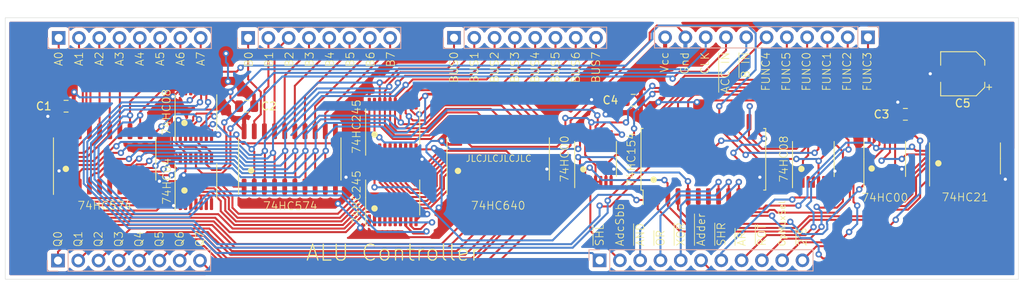
<source format=kicad_pcb>
(kicad_pcb (version 20211014) (generator pcbnew)
  (layers (0 "F.Cu" signal) (31 "B.Cu" signal) (34 "B.Paste" user) (35 "F.Paste" user) (36 "B.SilkS" user "B.Silkscreen") (37 "F.SilkS" user "F.Silkscreen") (38 "B.Mask" user) (39 "F.Mask" user) (44 "Edge.Cuts" user))
  (net 0 "")
  (net 1 "A0")
  (net 2 "A1")
  (net 3 "A2")
  (net 4 "A3")
  (net 5 "A4")
  (net 6 "A5")
  (net 7 "A6")
  (net 8 "A7")
  (net 9 "B0")
  (net 10 "B1")
  (net 11 "B2")
  (net 12 "B3")
  (net 13 "B4")
  (net 14 "B5")
  (net 15 "B6")
  (net 16 "B7")
  (net 17 "~{LATCH_B}")
  (net 18 "CLOCK")
  (net 19 "Net-(U1-Pad3)")
  (net 20 "GND")
  (net 21 "BUS0")
  (net 22 "BUS1")
  (net 23 "BUS2")
  (net 24 "BUS3")
  (net 25 "BUS4")
  (net 26 "BUS5")
  (net 27 "BUS6")
  (net 28 "BUS7")
  (net 29 "VCC")
  (net 30 "~{LATCH_ACCUMULATOR}")
  (net 31 "Q0")
  (net 32 "Q1")
  (net 33 "Q2")
  (net 34 "Q3")
  (net 35 "Q4")
  (net 36 "Q5")
  (net 37 "Q6")
  (net 38 "Q7")
  (net 39 "~{ALU_OUT}")
  (net 40 "ADDER_OUT")
  (net 41 "TWOS_COMP")
  (net 42 "ADC_SBB")
  (net 43 "OP_MUX_SELECT")
  (net 44 "~{SHIFTER_SHR}")
  (net 45 "~{SHIFTER_SHL}")
  (net 46 "~{SHIFTER_ROT}")
  (net 47 "~{SHIFTER_ARI}")
  (net 48 "Net-(U1-Pad1)")
  (net 49 "/~{ADD}")
  (net 50 "/~{ADC}")
  (net 51 "/~{SUB}")
  (net 52 "/~{SBB}")
  (net 53 "/~{INC}")
  (net 54 "/~{DEC}")
  (net 55 "ALU_FUNC_0")
  (net 56 "ALU_FUNC_1")
  (net 57 "ALU_FUNC_2")
  (net 58 "ALU_FUNC_3")
  (net 59 "ALU_FUNC_4")
  (net 60 "~{ENABLE}")
  (net 61 "Net-(U7-Pad6)")
  (net 62 "~{INVERT_OUT}")
  (net 63 "~{XOR}")
  (net 64 "~{AND}")
  (net 65 "~{OR}")
  (net 66 "ALU_FUNC_5")
  (net 67 "/~{SHL}")
  (net 68 "/~{ASL}")
  (net 69 "/~{ROL}")
  (net 70 "/~{SHR}")
  (net 71 "/~{ASR}")
  (net 72 "/~{ROR}")
  (net 73 "Net-(U1-Pad6)")
  (net 74 "Net-(U9-Pad3)")
  (net 75 "Net-(U10-Pad6)")
  (net 76 "~{A}")
  (net 77 "Net-(U1-Pad12)")
  (net 78 "Net-(U7-Pad3)")
  (net 81 "Net-(U1-Pad4)")
  (footprint "Package_SO:TSSOP-14_4.4x5mm_P0.65mm" (layer "F.Cu") (at 199.786 105.156 90)
    (fp_text reference "U7" hide)
    (fp_text value "74LS00")
  )
  (footprint "Package_SO:SO-20_5.3x12.6mm_P1.27mm" (layer "F.Cu") (at 102.108 105.156 90)
    (fp_text reference "U2" hide)
    (fp_text value "74LS574")
  )
  (footprint "Package_SO:SOIC-14_3.9x8.7mm_P1.27mm" (layer "F.Cu") (at 209.836 105.092 90)
    (fp_text reference "U10" hide)
    (fp_text value "74LS21")
  )
  (footprint "Package_SO:TSSOP-14_4.4x5mm_P0.65mm" (layer "F.Cu") (at 190.846 105.166 90)
    (fp_text reference "U9" hide)
    (fp_text value "74LS08")
  )
  (footprint "Package_SO:SO-20_5.3x12.6mm_P1.27mm" (layer "F.Cu") (at 125.288 105.156 90)
    (fp_text reference "U4" hide)
    (fp_text value "74LS574")
  )
  (footprint "Package_SO:TSSOP-20_4.4x6.5mm_P0.65mm" (layer "F.Cu") (at 138.176 109.982 90)
    (fp_text reference "U11" hide)
    (fp_text value "74LS245")
  )
  (footprint "Package_SO:TSSOP-14_4.4x5mm_P0.65mm" (layer "F.Cu") (at 163.576 105.156 90)
    (fp_text reference "U8" hide)
    (fp_text value "74LS00")
  )
  (footprint "Package_SO:TSSOP-14_4.4x5mm_P0.65mm" (layer "F.Cu") (at 113.538 107.95 90)
    (fp_text reference "U12" hide)
    (fp_text value "74LS04")
  )
  (footprint "Package_SO:SOIC-24W_7.5x15.4mm_P1.27mm" (layer "F.Cu") (at 177.076 105.196 90)
    (fp_text reference "U3" hide)
    (fp_text value "74LS154")
  )
  (footprint "Capacitor_SMD:C_0805_2012Metric" (layer "F.Cu") (at 168.3 97.8 180)
    (fp_text reference "C4")
    (fp_text value "C")
  )
  (footprint "Capacitor_SMD:C_0805_2012Metric" (layer "F.Cu") (at 97.282 98.552 180)
    (fp_text reference "C1")
    (fp_text value "C")
  )
  (footprint "Capacitor_SMD:C_0805_2012Metric" (layer "F.Cu") (at 202.372 99.568 180)
    (fp_text reference "C3")
    (fp_text value "C")
  )
  (footprint "Capacitor_SMD:CP_Elec_5x5.9" (layer "F.Cu") (at 209.55 94.488 180)
    (fp_text reference "C5")
    (fp_text value "C_Polarized")
  )
  (footprint "Package_SO:TSSOP-14_4.4x5mm_P0.65mm" (layer "F.Cu") (at 113.538 99.314 90)
    (fp_text reference "U1" hide)
    (fp_text value "74LS08")
  )
  (footprint "Package_SO:TSSOP-20_4.4x6.5mm_P0.65mm" (layer "F.Cu") (at 138.176 101.092 90)
    (fp_text reference "U5" hide)
    (fp_text value "74LS245")
  )
  (footprint "Package_SO:SO-20_5.3x12.6mm_P1.27mm" (layer "F.Cu") (at 151.384 105.156 90)
    (fp_text reference "U6" hide)
    (fp_text value "74HC640")
  )
  (footprint "Capacitor_SMD:C_0805_2012Metric" (layer "F.Cu") (at 119.888 98.552 180)
    (fp_text reference "C2")
    (fp_text value "C")
  )
  (footprint "Connector_PinHeader_2.54mm:PinHeader_1x11_P2.54mm_Vertical" (layer "B.Cu") (at 164.084 117.85 -90)
    (fp_text reference "J3" hide)
    (fp_text value "Conn_01x11")
  )
  (footprint "Connector_PinSocket_2.54mm:PinSocket_1x11_P2.54mm_Vertical" (layer "B.Cu") (at 197.69 89.925 90)
    (fp_text reference "J5" hide)
    (fp_text value "Conn_01x12")
  )
  (footprint "Connector_PinSocket_2.54mm:PinSocket_1x08_P2.54mm_Vertical" (layer "B.Cu") (at 96.355 90 -90)
    (fp_text reference "J1" hide)
    (fp_text value "Conn_01x08")
  )
  (footprint "Connector_PinSocket_2.54mm:PinSocket_1x08_P2.54mm_Vertical" (layer "B.Cu") (at 145.855 89.98 -90)
    (fp_text reference "J4" hide)
    (fp_text value "Conn_01x08")
  )
  (footprint "Connector_PinSocket_2.54mm:PinSocket_1x08_P2.54mm_Vertical" (layer "B.Cu") (at 120.075 90 -90)
    (fp_text reference "J2" hide)
    (fp_text value "Conn_01x08")
  )
  (footprint "Connector_PinSocket_2.54mm:PinSocket_1x08_P2.54mm_Vertical" (layer "B.Cu") (at 96.266 117.875 -90)
    (fp_text reference "J6" hide)
    (fp_text value "Conn_01x08")
  )
  (gr_circle (center 120.45 106.6) (end 120.65 106.6) (layer "F.SilkS") (width 0.4) (fill none))
  (gr_circle (center 189.35 106.4) (end 189.55 106.4) (layer "F.SilkS") (width 0.4) (fill none))
  (gr_circle (center 170.85 107.75) (end 171.05 107.75) (layer "F.SilkS") (width 0.4) (fill none))
  (gr_circle (center 135.9 102.1) (end 136.1 102.1) (layer "F.SilkS") (width 0.4) (fill none))
  (gr_circle (center 146.35 106.65) (end 146.55 106.65) (layer "F.SilkS") (width 0.4) (fill none))
  (gr_circle (center 112.1 100.65) (end 112.3 100.65) (layer "F.SilkS") (width 0.4) (fill none))
  (gr_circle (center 206.5 105.7) (end 206.7 105.7) (layer "F.SilkS") (width 0.4) (fill none))
  (gr_circle (center 112.1 109.1) (end 112.3 109.1) (layer "F.SilkS") (width 0.4) (fill none))
  (gr_circle (center 97.25 106.4) (end 97.45 106.4) (layer "F.SilkS") (width 0.4) (fill none))
  (gr_circle (center 162.05 106.45) (end 162.25 106.45) (layer "F.SilkS") (width 0.4) (fill none))
  (gr_circle (center 198.15 106.35) (end 198.35 106.35) (layer "F.SilkS") (width 0.4) (fill none))
  (gr_circle (center 135.9 111.35) (end 136.1 111.35) (layer "F.SilkS") (width 0.4) (fill none))
  (gr_rect (start 216.53 87.474) (end 89.66 120.216) (layer "Edge.Cuts") (width 0.05) (fill none))
  (gr_text "BUS3" (at 153.47 91.65 90) (layer "F.SilkS") (effects (font (size 1 1) (thickness 0.1)) (justify right)))
  (gr_text "~{ROT}" (at 184.404 116.15 90) (layer "F.SilkS") (effects (font (size 1 1) (thickness 0.1)) (justify left)))
  (gr_text "~{B IN}" (at 182.36 91.7 90) (layer "F.SilkS") (effects (font (size 1 1) (thickness 0.1)) (justify right)))
  (gr_text "~{ACC IN}" (at 179.82 91.7 90) (layer "F.SilkS") (effects (font (size 1 1) (thickness 0.1)) (justify right)))
  (gr_text "B5" (at 132.85 91.65 90) (layer "F.SilkS") (effects (font (size 1 1) (thickness 0.1)) (justify right)))
  (gr_text "~{OR}" (at 171.704 116.15 90) (layer "F.SilkS") (effects (font (size 1 1) (thickness 0.1)) (justify left)))
  (gr_text "AdcSbb" (at 166.624 116.15 90) (layer "F.SilkS") (effects (font (size 1 1) (thickness 0.1)) (justify left)))
  (gr_text "Q7" (at 114.03 116.25 90) (layer "F.SilkS") (effects (font (size 1 1) (thickness 0.1)) (justify left)))
  (gr_text "~{SHR}" (at 179.324 116.15 90) (layer "F.SilkS") (effects (font (size 1 1) (thickness 0.1)) (justify left)))
  (gr_text "BUS0" (at 145.85 91.65 90) (layer "F.SilkS") (effects (font (size 1 1) (thickness 0.1)) (justify right)))
  (gr_text "A2" (at 101.43 91.65 90) (layer "F.SilkS") (effects (font (size 1 1) (thickness 0.1)) (justify right)))
  (gr_text "A6" (at 111.59 91.65 90) (layer "F.SilkS") (effects (font (size 1 1) (thickness 0.1)) (justify right)))
  (gr_text "~{XOR}" (at 174.244 116.15 90) (layer "F.SilkS") (effects (font (size 1 1) (thickness 0.1)) (justify left)))
  (gr_text "A3" (at 103.97 91.65 90) (layer "F.SilkS") (effects (font (size 1 1) (thickness 0.1)) (justify right)))
  (gr_text "JLCJLCJLCJLC" (at 151.45 105.1) (layer "F.SilkS") (effects (font (size 0.8 0.8) (thickness 0.1))))
  (gr_text "FUNC2" (at 195.06 91.7 90) (layer "F.SilkS") (effects (font (size 1 1) (thickness 0.1)) (justify right)))
  (gr_text "FUNC1" (at 192.52 91.7 90) (layer "F.SilkS") (effects (font (size 1 1) (thickness 0.1)) (justify right)))
  (gr_text "BUS6" (at 161.09 91.65 90) (layer "F.SilkS") (effects (font (size 1 1) (thickness 0.1)) (justify right)))
  (gr_text "Q6" (at 111.49 116.25 90) (layer "F.SilkS") (effects (font (size 1 1) (thickness 0.1)) (justify left)))
  (gr_text "Q3" (at 103.87 116.25 90) (layer "F.SilkS") (effects (font (size 1 1) (thickness 0.1)) (justify left)))
  (gr_text "FUNC3" (at 197.6 91.7 90) (layer "F.SilkS") (effects (font (size 1 1) (thickness 0.1)) (justify right)))
  (gr_text "B2" (at 125.23 91.65 90) (layer "F.SilkS") (effects (font (size 1 1) (thickness 0.1)) (justify right)))
  (gr_text "A7" (at 114.13 91.65 90) (layer "F.SilkS") (effects (font (size 1 1) (thickness 0.1)) (justify right)))
  (gr_text "B4" (at 130.31 91.65 90) (layer "F.SilkS") (effects (font (size 1 1) (thickness 0.1)) (justify right)))
  (gr_text "A0" (at 96.35 91.65 90) (layer "F.SilkS") (effects (font (size 1 1) (thickness 0.1)) (justify right)))
  (gr_text "ALU Controller" (at 138.2 116.9) (layer "F.SilkS") (effects (font (size 2 2))))
  (gr_text "~{Adder}" (at 176.784 116.15 90) (layer "F.SilkS") (effects (font (size 1 1) (thickness 0.1)) (justify left)))
  (gr_text "B7" (at 137.93 91.65 90) (layer "F.SilkS") (effects (font (size 1 1) (thickness 0.1)) (justify right)))
  (gr_text "BUS4" (at 156.01 91.65 90) (layer "F.SilkS") (effects (font (size 1 1) (thickness 0.1)) (justify right)))
  (gr_text "BUS5" (at 158.55 91.65 90) (layer "F.SilkS") (effects (font (size 1 1) (thickness 0.1)) (justify right)))
  (gr_text "~{SHL}" (at 164.084 116.15 90) (layer "F.SilkS") (effects (font (size 1 1) (thickness 0.1)) (justify left)))
  (gr_text "B3" (at 127.77 91.65 90) (layer "F.SilkS") (effects (font (size 1 1) (thickness 0.1)) (justify right)))
  (gr_text "FUNC5" (at 187.44 91.7 90) (layer "F.SilkS") (effects (font (size 1 1) (thickness 0.1)) (justify right)))
  (gr_text "Gnd" (at 174.74 91.7 90) (layer "F.SilkS") (effects (font (size 1 1) (thickness 0.1)) (justify right)))
  (gr_text "Q4" (at 106.41 116.25 90) (layer "F.SilkS") (effects (font (size 1 1) (thickness 0.1)) (justify left)))
  (gr_text "~{2'S}" (at 189.484 116.15 90) (layer "F.SilkS") (effects (font (size 1 1) (thickness 0.1)) (justify left)))
  (gr_text "Vcc" (at 172.2 91.7 90) (layer "F.SilkS") (effects (font (size 1 1) (thickness 0.1)) (justify right)))
  (gr_text "Q2" (at 101.33 116.25 90) (layer "F.SilkS") (effects (font (size 1 1) (thickness 0.1)) (justify left)))
  (gr_text "BUS7" (at 163.63 91.65 90) (layer "F.SilkS") (effects (font (size 1 1) (thickness 0.1)) (justify right)))
  (gr_text "A4" (at 106.51 91.65 90) (layer "F.SilkS") (effects (font (size 1 1) (thickness 0.1)) (justify right)))
  (gr_text "B0" (at 120.15 91.65 90) (layer "F.SilkS") (effects (font (size 1 1) (thickness 0.1)) (justify right)))
  (gr_text "~{AND}" (at 169.164 116.15 90) (layer "F.SilkS") (effects (font (size 1 1) (thickness 0.1)) (justify left)))
  (gr_text "BUS1" (at 148.39 91.65 90) (layer "F.SilkS") (effects (font (size 1 1) (thickness 0.1)) (justify right)))
  (gr_text "A1" (at 98.89 91.65 90) (layer "F.SilkS") (effects (font (size 1 1) (thickness 0.1)) (justify right)))
  (gr_text "CLK" (at 177.28 91.7 90) (layer "F.SilkS") (effects (font (size 1 1) (thickness 0.1)) (justify right)))
  (gr_text "Q0" (at 96.25 116.25 90) (layer "F.SilkS") (effects (font (size 1 1) (thickness 0.1)) (justify left)))
  (gr_text "B6" (at 135.39 91.65 90) (layer "F.SilkS") (effects (font (size 1 1) (thickness 0.1)) (justify right)))
  (gr_text "B1" (at 122.69 91.65 90) (layer "F.SilkS") (effects (font (size 1 1) (thickness 0.1)) (justify right)))
  (gr_text "Q1" (at 98.79 116.25 90) (layer "F.SilkS") (effects (font (size 1 1) (thickness 0.1)) (justify left)))
  (gr_text "OpMuxSel" (at 186.944 116.15 90) (layer "F.SilkS") (effects (font (size 0.8 0.8) (thickness 0.1)) (justify left)))
  (gr_text "A5" (at 109.05 91.65 90) (layer "F.SilkS") (effects (font (size 1 1) (thickness 0.1)) (justify right)))
  (gr_text "BUS2" (at 150.93 91.65 90) (layer "F.SilkS") (effects (font (size 1 1) (thickness 0.1)) (justify right)))
  (gr_text "~{ARI}" (at 181.864 116.15 90) (layer "F.SilkS") (effects (font (size 1 1) (thickness 0.1)) (justify left)))
  (gr_text "FUNC0" (at 189.98 91.7 90) (layer "F.SilkS") (effects (font (size 1 1) (thickness 0.1)) (justify right)))
  (gr_text "FUNC4" (at 184.9 91.7 90) (layer "F.SilkS") (effects (font (size 1 1) (thickness 0.1)) (justify right)))
  (gr_text "Q5" (at 108.95 116.25 90) (layer "F.SilkS") (effects (font (size 1 1) (thickness 0.1)) (justify left)))
  (segment (start 97.663 101.6935) (end 97.663 102.207048) (width 0.25) (layer "F.Cu") (net 1))
  (segment (start 96.82458 103.045468) (end 95.579715 103.045469) (width 0.25) (layer "F.Cu") (net 1))
  (segment (start 97.663 102.207048) (end 96.82458 103.045468) (width 0.25) (layer "F.Cu") (net 1))
  (segment (start 135.524405 111.780044) (end 135.901 112.156639) (width 0.25) (layer "F.Cu") (net 1))
  (segment (start 95.579715 103.045469) (end 92.885468 105.739716) (width 0.25) (layer "F.Cu") (net 1))
  (segment (start 96.355 91.685) (end 96.355 90) (width 0.25) (layer "F.Cu") (net 1))
  (segment (start 117.755647 114.320043) (end 132.316773 114.320043) (width 0.25) (layer "F.Cu") (net 1))
  (segment (start 135.901 112.156639) (end 135.901 112.8445) (width 0.25) (layer "F.Cu") (net 1))
  (segment (start 99.372489 94.702489) (end 99.372489 99.127807) (width 0.25) (layer "F.Cu") (net 1))
  (segment (start 96.355 91.685) (end 99.372489 94.702489) (width 0.25) (layer "F.Cu") (net 1))
  (segment (start 134.856772 111.780044) (end 135.524405 111.780044) (width 0.25) (layer "F.Cu") (net 1))
  (segment (start 94.990093 112.518909) (end 115.954513 112.518909) (width 0.25) (layer "F.Cu") (net 1))
  (segment (start 99.372489 99.127807) (end 97.663 100.837296) (width 0.25) (layer "F.Cu") (net 1))
  (segment (start 115.954513 112.518909) (end 117.755647 114.320043) (width 0.25) (layer "F.Cu") (net 1))
  (segment (start 92.885469 110.414285) (end 94.990093 112.518909) (width 0.25) (layer "F.Cu") (net 1))
  (segment (start 92.885468 105.739716) (end 92.885469 110.414285) (width 0.25) (layer "F.Cu") (net 1))
  (segment (start 97.663 100.837296) (end 97.663 101.6935) (width 0.25) (layer "F.Cu") (net 1))
  (segment (start 132.316773 114.320043) (end 134.856772 111.780044) (width 0.25) (layer "F.Cu") (net 1))
  (segment (start 93.334979 110.228091) (end 95.176286 112.069398) (width 0.25) (layer "F.Cu") (net 2))
  (segment (start 98.933 101.6935) (end 98.933 102.233592) (width 0.25) (layer "F.Cu") (net 2))
  (segment (start 135.724894 111.330533) (end 136.551 112.156639) (width 0.25) (layer "F.Cu") (net 2))
  (segment (start 99.822 92.612) (end 98.895 91.685) (width 0.25) (layer "F.Cu") (net 2))
  (segment (start 132.130581 113.870531) (end 134.670579 111.330533) (width 0.25) (layer "F.Cu") (net 2))
  (segment (start 93.334979 105.925909) (end 93.334979 110.228091) (width 0.25) (layer "F.Cu") (net 2))
  (segment (start 95.765909 103.494979) (end 93.334979 105.925909) (width 0.25) (layer "F.Cu") (net 2))
  (segment (start 98.933 102.233592) (end 97.671614 103.494978) (width 0.25) (layer "F.Cu") (net 2))
  (segment (start 99.822 99.314) (end 99.822 92.612) (width 0.25) (layer "F.Cu") (net 2))
  (segment (start 134.670579 111.330533) (end 135.724894 111.330533) (width 0.25) (layer "F.Cu") (net 2))
  (segment (start 116.33191 112.069399) (end 118.133043 113.870532) (width 0.25) (layer "F.Cu") (net 2))
  (segment (start 98.933 101.6935) (end 98.933 100.203) (width 0.25) (layer "F.Cu") (net 2))
  (segment (start 98.895 91.685) (end 98.895 90) (width 0.25) (layer "F.Cu") (net 2))
  (segment (start 118.133043 113.870532) (end 132.130581 113.870531) (width 0.25) (layer "F.Cu") (net 2))
  (segment (start 136.551 112.156639) (end 136.551 112.8445) (width 0.25) (layer "F.Cu") (net 2))
  (segment (start 98.933 100.203) (end 99.822 99.314) (width 0.25) (layer "F.Cu") (net 2))
  (segment (start 95.176286 112.069398) (end 116.33191 112.069399) (width 0.25) (layer "F.Cu") (net 2))
  (segment (start 97.671614 103.494978) (end 95.765909 103.494979) (width 0.25) (layer "F.Cu") (net 2))
  (segment (start 95.952103 103.944489) (end 93.842979 106.053613) (width 0.25) (layer "F.Cu") (net 3))
  (segment (start 100.203 101.6935) (end 100.203 102.107296) (width 0.25) (layer "F.Cu") (net 3))
  (segment (start 110.940918 109.27849) (end 115.502194 109.27849) (width 0.25) (layer "F.Cu") (net 3))
  (segment (start 98.365807 103.944489) (end 95.952103 103.944489) (width 0.25) (layer "F.Cu") (net 3))
  (segment (start 101.435 94.145) (end 101.435 90) (width 0.25) (layer "F.Cu") (net 3))
  (segment (start 100.33 101.5665) (end 100.33 95.25) (width 0.25) (layer "F.Cu") (net 3))
  (segment (start 100.33 95.25) (end 101.435 94.145) (width 0.25) (layer "F.Cu") (net 3))
  (segment (start 95.362479 111.619887) (end 108.599521 111.619887) (width 0.25) (layer "F.Cu") (net 3))
  (segment (start 134.484386 110.881022) (end 136.027022 110.881022) (width 0.25) (layer "F.Cu") (net 3))
  (segment (start 115.502194 109.27849) (end 116.64449 110.420786) (width 0.25) (layer "F.Cu") (net 3))
  (segment (start 116.64449 110.420786) (end 116.64449 111.69449) (width 0.25) (layer "F.Cu") (net 3))
  (segment (start 116.64449 111.69449) (end 118.371021 113.421021) (width 0.25) (layer "F.Cu") (net 3))
  (segment (start 100.203 101.6935) (end 100.33 101.5665) (width 0.25) (layer "F.Cu") (net 3))
  (segment (start 93.84298 110.100388) (end 95.362479 111.619887) (width 0.25) (layer "F.Cu") (net 3))
  (segment (start 131.944387 113.421021) (end 134.484386 110.881022) (width 0.25) (layer "F.Cu") (net 3))
  (segment (start 100.203 102.107296) (end 98.365807 103.944489) (width 0.25) (layer "F.Cu") (net 3))
  (segment (start 136.027022 110.881022) (end 137.201 112.055) (width 0.25) (layer "F.Cu") (net 3))
  (segment (start 118.371021 113.421021) (end 131.944387 113.421021) (width 0.25) (layer "F.Cu") (net 3))
  (segment (start 108.599521 111.619887) (end 110.940918 109.27849) (width 0.25) (layer "F.Cu") (net 3))
  (segment (start 93.842979 106.053613) (end 93.84298 110.100388) (width 0.25) (layer "F.Cu") (net 3))
  (segment (start 137.201 112.055) (end 137.201 112.8445) (width 0.25) (layer "F.Cu") (net 3))
  (segment (start 117.210978 110.226682) (end 117.210978 111.625274) (width 0.25) (layer "F.Cu") (net 4))
  (segment (start 117.210978 111.625274) (end 118.557214 112.97151) (width 0.25) (layer "F.Cu") (net 4))
  (segment (start 94.29249 106.239806) (end 94.29249 109.914194) (width 0.25) (layer "F.Cu") (net 4))
  (segment (start 110.754727 108.828977) (end 115.813273 108.828977) (width 0.25) (layer "F.Cu") (net 4))
  (segment (start 101.473 102.489) (end 99.568 104.394) (width 0.25) (layer "F.Cu") (net 4))
  (segment (start 101.473 101.6935) (end 101.473 95.631) (width 0.25) (layer "F.Cu") (net 4))
  (segment (start 103.975 93.129) (end 103.975 90) (width 0.25) (layer "F.Cu") (net 4))
  (segment (start 101.473 95.631) (end 103.975 93.129) (width 0.25) (layer "F.Cu") (net 4))
  (segment (start 115.813273 108.828977) (end 117.210978 110.226682) (width 0.25) (layer "F.Cu") (net 4))
  (segment (start 131.758193 112.971511) (end 134.298193 110.431511) (width 0.25) (layer "F.Cu") (net 4))
  (segment (start 96.138296 104.394) (end 94.29249 106.239806) (width 0.25) (layer "F.Cu") (net 4))
  (segment (start 99.568 104.394) (end 96.138296 104.394) (width 0.25) (layer "F.Cu") (net 4))
  (segment (start 134.298193 110.431511) (end 136.465809 110.431513) (width 0.25) (layer "F.Cu") (net 4))
  (segment (start 136.465809 110.431513) (end 137.851 111.816704) (width 0.25) (layer "F.Cu") (net 4))
  (segment (start 101.473 101.6935) (end 101.473 102.489) (width 0.25) (layer "F.Cu") (net 4))
  (segment (start 118.557214 112.97151) (end 131.758193 112.971511) (width 0.25) (layer "F.Cu") (net 4))
  (segment (start 95.33621 110.957914) (end 108.62579 110.957914) (width 0.25) (layer "F.Cu") (net 4))
  (segment (start 108.62579 110.957914) (end 110.754727 108.828977) (width 0.25) (layer "F.Cu") (net 4))
  (segment (start 94.29249 109.914194) (end 95.33621 110.957914) (width 0.25) (layer "F.Cu") (net 4))
  (segment (start 137.851 111.816704) (end 137.851 112.8445) (width 0.25) (layer "F.Cu") (net 4))
  (segment (start 106.515 91.685) (end 106.515 90) (width 0.25) (layer "F.Cu") (net 5))
  (segment (start 131.572 112.522) (end 134.112 109.982) (width 0.25) (layer "F.Cu") (net 5))
  (segment (start 102.743 101.6935) (end 102.743 102.082072) (width 0.25) (layer "F.Cu") (net 5))
  (segment (start 110.568534 108.379466) (end 115.999467 108.379467) (width 0.25) (layer "F.Cu") (net 5))
  (segment (start 117.660489 110.040489) (end 117.660489 111.439081) (width 0.25) (layer "F.Cu") (net 5))
  (segment (start 134.112 109.982) (end 136.652 109.982) (width 0.25) (layer "F.Cu") (net 5))
  (segment (start 96.266 104.902) (end 94.80049 106.36751) (width 0.25) (layer "F.Cu") (net 5))
  (segment (start 95.648699 110.508403) (end 108.439597 110.508403) (width 0.25) (layer "F.Cu") (net 5))
  (segment (start 115.999467 108.379467) (end 117.660489 110.040489) (width 0.25) (layer "F.Cu") (net 5))
  (segment (start 94.80049 109.660194) (end 95.648699 110.508403) (width 0.25) (layer "F.Cu") (net 5))
  (segment (start 117.660489 111.439081) (end 118.743407 112.521999) (width 0.25) (layer "F.Cu") (net 5))
  (segment (start 118.743407 112.521999) (end 131.572 112.522) (width 0.25) (layer "F.Cu") (net 5))
  (segment (start 106.515 91.685) (end 102.743 95.457) (width 0.25) (layer "F.Cu") (net 5))
  (segment (start 136.652 109.982) (end 138.501 111.831) (width 0.25) (layer "F.Cu") (net 5))
  (segment (start 102.743 95.457) (end 102.743 101.6935) (width 0.25) (layer "F.Cu") (net 5))
  (segment (start 138.501 111.831) (end 138.501 112.8445) (width 0.25) (layer "F.Cu") (net 5))
  (segment (start 108.439597 110.508403) (end 110.568534 108.379466) (width 0.25) (layer "F.Cu") (net 5))
  (segment (start 102.743 102.082072) (end 99.923072 104.902) (width 0.25) (layer "F.Cu") (net 5))
  (segment (start 94.80049 106.36751) (end 94.80049 109.660194) (width 0.25) (layer "F.Cu") (net 5))
  (segment (start 99.923072 104.902) (end 96.266 104.902) (width 0.25) (layer "F.Cu") (net 5))
  (segment (start 136.906 109.474) (end 139.151 111.719) (width 0.25) (layer "F.Cu") (net 6))
  (segment (start 118.11 111.252) (end 118.872 112.014) (width 0.25) (layer "F.Cu") (net 6))
  (segment (start 100.685072 105.41) (end 96.52 105.41) (width 0.25) (layer "F.Cu") (net 6))
  (segment (start 104.013 96.727) (end 104.013 101.6935) (width 0.25) (layer "F.Cu") (net 6))
  (segment (start 109.055 91.685) (end 109.055 90) (width 0.25) (layer "F.Cu") (net 6))
  (segment (start 96.52 105.41) (end 95.250001 106.679999) (width 0.25) (layer "F.Cu") (net 6))
  (segment (start 95.834891 110.058891) (end 108.127109 110.058891) (width 0.25) (layer "F.Cu") (net 6))
  (segment (start 110.256041 107.929959) (end 116.311959 107.929959) (width 0.25) (layer "F.Cu") (net 6))
  (segment (start 95.25 109.474) (end 95.834891 110.058891) (width 0.25) (layer "F.Cu") (net 6))
  (segment (start 133.858 109.474) (end 136.906 109.474) (width 0.25) (layer "F.Cu") (net 6))
  (segment (start 118.11 109.728) (end 118.11 111.252) (width 0.25) (layer "F.Cu") (net 6))
  (segment (start 131.318 112.014) (end 133.858 109.474) (width 0.25) (layer "F.Cu") (net 6))
  (segment (start 104.013 101.6935) (end 104.013 102.082072) (width 0.25) (layer "F.Cu") (net 6))
  (segment (start 109.055 91.685) (end 104.013 96.727) (width 0.25) (layer "F.Cu") (net 6))
  (segment (start 139.151 111.719) (end 139.151 112.8445) (width 0.25) (layer "F.Cu") (net 6))
  (segment (start 95.250001 106.679999) (end 95.25 109.474) (width 0.25) (layer "F.Cu") (net 6))
  (segment (start 116.311959 107.929959) (end 118.11 109.728) (width 0.25) (layer "F.Cu") (net 6))
  (segment (start 104.013 102.082072) (end 100.685072 105.41) (width 0.25) (layer "F.Cu") (net 6))
  (segment (start 118.872 112.014) (end 131.318 112.014) (width 0.25) (layer "F.Cu") (net 6))
  (segment (start 108.127109 110.058891) (end 110.256041 107.929959) (width 0.25) (layer "F.Cu") (net 6))
  (segment (start 139.801 112.8445) (end 139.801 113.532361) (width 0.25) (layer "F.Cu") (net 7))
  (segment (start 111.595 91.685) (end 111.595 90) (width 0.25) (layer "F.Cu") (net 7))
  (segment (start 139.801 113.532361) (end 140.76415 114.495511) (width 0.25) (layer "F.Cu") (net 7))
  (segment (start 105.283 99.703598) (end 105.287299 99.699299) (width 0.25) (layer "F.Cu") (net 7))
  (segment (start 105.283 101.6935) (end 105.283 99.703598) (width 0.25) (layer "F.Cu") (net 7))
  (segment (start 140.76415 114.495511) (end 142.134662 114.495511) (width 0.25) (layer "F.Cu") (net 7))
  (segment (start 111.595 91.685) (end 105.287299 97.992701) (width 0.25) (layer "F.Cu") (net 7))
  (segment (start 105.287299 97.992701) (end 105.287299 99.699299) (width 0.25) (layer "F.Cu") (net 7))
  (segment (start 142.134662 114.495511) (end 142.404673 114.2255) (width 0.25) (layer "F.Cu") (net 7))
  (via (at 105.287299 99.699299) (size 0.8) (drill 0.4) (layers "F.Cu" "B.Cu") (net 7))
  (via (at 142.404673 114.2255) (size 0.8) (drill 0.4) (layers "F.Cu" "B.Cu") (net 7))
  (segment (start 105.60551 112.46351) (end 112.708194 112.46351) (width 0.25) (layer "B.Cu") (net 7))
  (segment (start 105.164598 99.822) (end 104.394 99.822) (width 0.25) (layer "B.Cu") (net 7))
  (segment (start 104.394 99.822) (end 100.838 103.378) (width 0.25) (layer "B.Cu") (net 7))
  (segment (start 100.838 107.696) (end 105.60551 112.46351) (width 0.25) (layer "B.Cu") (net 7))
  (segment (start 105.287299 99.699299) (end 105.164598 99.822) (width 0.25) (layer "B.Cu") (net 7))
  (segment (start 142.3145 114.2255) (end 142.404673 114.2255) (width 0.25) (layer "B.Cu") (net 7))
  (segment (start 131.698296 109.728) (end 136.270296 114.3) (width 0.25) (layer "B.Cu") (net 7))
  (segment (start 115.443704 109.728) (end 131.698296 109.728) (width 0.25) (layer "B.Cu") (net 7))
  (segment (start 142.24 114.3) (end 142.3145 114.2255) (width 0.25) (layer "B.Cu") (net 7))
  (segment (start 100.838 103.378) (end 100.838 107.696) (width 0.25) (layer "B.Cu") (net 7))
  (segment (start 136.270296 114.3) (end 142.24 114.3) (width 0.25) (layer "B.Cu") (net 7))
  (segment (start 112.708194 112.46351) (end 115.443704 109.728) (width 0.25) (layer "B.Cu") (net 7))
  (segment (start 141.680172 113.925401) (end 142.505573 113.1) (width 0.25) (layer "F.Cu") (net 8))
  (segment (start 140.451 112.8445) (end 140.451 113.532361) (width 0.25) (layer "F.Cu") (net 8))
  (segment (start 140.451 113.532361) (end 140.84404 113.925401) (width 0.25) (layer "F.Cu") (net 8))
  (segment (start 106.553 99.267) (end 106.553 99.695) (width 0.25) (layer "F.Cu") (net 8))
  (segment (start 114.135 91.685) (end 106.553 99.267) (width 0.25) (layer "F.Cu") (net 8))
  (segment (start 106.553 99.695) (end 106.553 101.6935) (width 0.25) (layer "F.Cu") (net 8))
  (segment (start 140.84404 113.925401) (end 141.680172 113.925401) (width 0.25) (layer "F.Cu") (net 8))
  (segment (start 142.505573 113.1) (end 143.1 113.1) (width 0.25) (layer "F.Cu") (net 8))
  (segment (start 114.135 91.685) (end 114.135 90) (width 0.25) (layer "F.Cu") (net 8))
  (via (at 106.553 99.695) (size 0.8) (drill 0.4) (layers "F.Cu" "B.Cu") (net 8))
  (via (at 143.1 113.1) (size 0.8) (drill 0.4) (layers "F.Cu" "B.Cu") (net 8))
  (segment (start 105.664 100.584) (end 104.394 100.584) (width 0.25) (layer "B.Cu") (net 8))
  (segment (start 131.826 109.22) (end 135.706 113.1) (width 0.25) (layer "B.Cu") (net 8))
  (segment (start 106.553 99.695) (end 105.664 100.584) (width 0.25) (layer "B.Cu") (net 8))
  (segment (start 112.522 112.014) (end 115.316 109.22) (width 0.25) (layer "B.Cu") (net 8))
  (segment (start 115.316 109.22) (end 131.826 109.22) (width 0.25) (layer "B.Cu") (net 8))
  (segment (start 104.394 100.584) (end 101.346 103.632) (width 0.25) (layer "B.Cu") (net 8))
  (segment (start 135.706 113.1) (end 143.1 113.1) (width 0.25) (layer "B.Cu") (net 8))
  (segment (start 101.346 107.442) (end 105.917999 112.013999) (width 0.25) (layer "B.Cu") (net 8))
  (segment (start 101.346 103.632) (end 101.346 107.442) (width 0.25) (layer "B.Cu") (net 8))
  (segment (start 105.917999 112.013999) (end 112.522 112.014) (width 0.25) (layer "B.Cu") (net 8))
  (segment (start 120.843 100.391) (end 121.663489 99.570511) (width 0.25) (layer "F.Cu") (net 9))
  (segment (start 120.075 95.183) (end 120.075 90) (width 0.25) (layer "F.Cu") (net 9))
  (segment (start 120.843 101.6935) (end 120.843 100.391) (width 0.25) (layer "F.Cu") (net 9))
  (segment (start 121.663489 99.570511) (end 121.663489 96.771489) (width 0.25) (layer "F.Cu") (net 9))
  (segment (start 121.663489 96.771489) (end 120.075 95.183) (width 0.25) (layer "F.Cu") (net 9))
  (segment (start 122.113 101.6935) (end 122.113 96.581) (width 0.25) (layer "F.Cu") (net 10))
  (segment (start 122.615 96.079) (end 122.615 90) (width 0.25) (layer "F.Cu") (net 10))
  (segment (start 122.113 96.581) (end 122.615 96.079) (width 0.25) (layer "F.Cu") (net 10))
  (segment (start 123.383 101.6935) (end 123.383 91.772) (width 0.25) (layer "F.Cu") (net 11))
  (segment (start 123.383 91.772) (end 125.155 90) (width 0.25) (layer "F.Cu") (net 11))
  (segment (start 124.653 101.6935) (end 124.653 94.727) (width 0.25) (layer "F.Cu") (net 12))
  (segment (start 127.695 91.685) (end 127.695 90) (width 0.25) (layer "F.Cu") (net 12))
  (segment (start 124.653 94.727) (end 127.695 91.685) (width 0.25) (layer "F.Cu") (net 12))
  (segment (start 125.923 101.6935) (end 125.923 95.997) (width 0.25) (layer "F.Cu") (net 13))
  (segment (start 125.923 95.997) (end 130.235 91.685) (width 0.25) (layer "F.Cu") (net 13))
  (segment (start 130.235 91.685) (end 130.235 90) (width 0.25) (layer "F.Cu") (net 13))
  (segment (start 132.775 91.685) (end 132.775 90) (width 0.25) (layer "F.Cu") (net 14))
  (segment (start 127.193 101.6935) (end 127.193 97.267) (width 0.25) (layer "F.Cu") (net 14))
  (segment (start 127.193 97.267) (end 132.775 91.685) (width 0.25) (layer "F.Cu") (net 14))
  (segment (start 128.463 98.537) (end 135.315 91.685) (width 0.25) (layer "F.Cu") (net 15))
  (segment (start 128.463 101.6935) (end 128.463 98.537) (width 0.25) (layer "F.Cu") (net 15))
  (segment (start 135.315 91.685) (end 135.315 90) (width 0.25) (layer "F.Cu") (net 15))
  (segment (start 137.855 91.323592) (end 137.855 90) (width 0.25) (layer "F.Cu") (net 16))
  (segment (start 129.733 99.445592) (end 137.855 91.323592) (width 0.25) (layer "F.Cu") (net 16))
  (segment (start 129.733 101.6935) (end 129.733 99.445592) (width 0.25) (layer "F.Cu") (net 16))
  (segment (start 114.838 105.0875) (end 114.838 105.820296) (width 0.25) (layer "F.Cu") (net 17))
  (segment (start 114.838 105.820296) (end 115.560683 106.542979) (width 0.25) (layer "F.Cu") (net 17))
  (segment (start 115.560683 106.542979) (end 116.595317 106.542979) (width 0.25) (layer "F.Cu") (net 17))
  (segment (start 117.348 105.790296) (end 117.348 101.8626) (width 0.25) (layer "F.Cu") (net 17))
  (segment (start 116.595317 106.542979) (end 117.348 105.790296) (width 0.25) (layer "F.Cu") (net 17))
  (segment (start 117.094 101.6086) (end 117.094 100.584) (width 0.25) (layer "F.Cu") (net 17))
  (segment (start 117.348 101.8626) (end 117.094 101.6086) (width 0.25) (layer "F.Cu") (net 17))
  (via (at 117.094 100.584) (size 0.8) (drill 0.4) (layers "F.Cu" "B.Cu") (net 17))
  (segment (start 117.094 100.584) (end 123.306978 94.371022) (width 0.25) (layer "B.Cu") (net 17))
  (segment (start 179.63898 94.37102) (end 182.45 91.56) (width 0.25) (layer "B.Cu") (net 17))
  (segment (start 182.45 91.56) (end 182.45 89.925) (width 0.25) (layer "B.Cu") (net 17))
  (segment (start 123.306978 94.371022) (end 179.63898 94.37102) (width 0.25) (layer "B.Cu") (net 17))
  (segment (start 115.50191 99.47419) (end 115.848032 99.820312) (width 0.25) (layer "F.Cu") (net 18))
  (segment (start 113.623196 99.47419) (end 115.50191 99.47419) (width 0.25) (layer "F.Cu") (net 18))
  (segment (start 115.355088 99.820312) (end 115.848032 99.820312) (width 0.25) (layer "F.Cu") (net 18))
  (segment (start 113.198788 100.287494) (end 113.198788 99.898598) (width 0.25) (layer "F.Cu") (net 18))
  (segment (start 113.198788 99.898598) (end 113.623196 99.47419) (width 0.25) (layer "F.Cu") (net 18))
  (segment (start 114.188 102.1765) (end 114.188 100.9874) (width 0.25) (layer "F.Cu") (net 18))
  (segment (start 112.238 102.1765) (end 112.238 101.248282) (width 0.25) (layer "F.Cu") (net 18))
  (segment (start 114.188 100.9874) (end 115.355088 99.820312) (width 0.25) (layer "F.Cu") (net 18))
  (segment (start 112.238 101.248282) (end 113.198788 100.287494) (width 0.25) (layer "F.Cu") (net 18))
  (via (at 115.848032 99.820312) (size 0.8) (drill 0.4) (layers "F.Cu" "B.Cu") (net 18))
  (segment (start 175.00849 93.92151) (end 121.746834 93.92151) (width 0.25) (layer "B.Cu") (net 18))
  (segment (start 177.37 91.56) (end 175.00849 93.92151) (width 0.25) (layer "B.Cu") (net 18))
  (segment (start 121.746834 93.92151) (end 115.848032 99.820312) (width 0.25) (layer "B.Cu") (net 18))
  (segment (start 177.37 89.925) (end 177.37 91.56) (width 0.25) (layer "B.Cu") (net 18))
  (segment (start 107.823 101.6935) (end 108.6185 101.6935) (width 0.25) (layer "F.Cu") (net 19))
  (segment (start 112.888 101.234) (end 113.923299 100.198701) (width 0.25) (layer "F.Cu") (net 19))
  (segment (start 112.888 102.1765) (end 112.888 101.234) (width 0.25) (layer "F.Cu") (net 19))
  (segment (start 108.6185 101.6935) (end 109.22 101.092) (width 0.25) (layer "F.Cu") (net 19))
  (via (at 113.923299 100.198701) (size 0.8) (drill 0.4) (layers "F.Cu" "B.Cu") (net 19))
  (via (at 109.22 101.092) (size 0.8) (drill 0.4) (layers "F.Cu" "B.Cu") (net 19))
  (segment (start 113.292598 99.568) (end 113.923299 100.198701) (width 0.25) (layer "B.Cu") (net 19))
  (segment (start 109.22 101.092) (end 110.744 99.568) (width 0.25) (layer "B.Cu") (net 19))
  (segment (start 110.744 99.568) (end 113.292598 99.568) (width 0.25) (layer "B.Cu") (net 19))
  (segment (start 213.646 107.567) (end 214.755 107.567) (width 0.25) (layer "F.Cu") (net 20))
  (segment (start 165.862 98.538) (end 166.6 97.8) (width 0.25) (layer "F.Cu") (net 20))
  (segment (start 96.332 98.552) (end 96.012 98.552) (width 0.25) (layer "F.Cu") (net 20))
  (segment (start 108.2975 108.6185) (end 108.966 107.95) (width 0.25) (layer "F.Cu") (net 20))
  (segment (start 112.014 106.934) (end 112.014 107.188) (width 0.25) (layer "F.Cu") (net 20))
  (segment (start 165.526 108.0185) (end 165.526 106.508) (width 0.25) (layer "F.Cu") (net 20))
  (segment (start 112.238 105.0875) (end 112.238 106.71) (width 0.25) (layer "F.Cu") (net 20))
  (segment (start 117.856 97.536) (end 117.856 96.774) (width 0.25) (layer "F.Cu") (net 20))
  (segment (start 111.588 110.8125) (end 111.588 110.124639) (width 0.25) (layer "F.Cu") (net 20))
  (segment (start 96.4 108.6115) (end 96.4 106.65) (width 0.25) (layer "F.Cu") (net 20))
  (segment (start 141.8955 112.05) (end 142.494 112.05) (width 0.25) (layer "F.Cu") (net 20))
  (segment (start 114.3 109.728) (end 114.188 109.84) (width 0.25) (layer "F.Cu") (net 20))
  (segment (start 184.061 109.846) (end 184.061 107.785) (width 0.25) (layer "F.Cu") (net 20))
  (segment (start 112.238 106.71) (end 112.014 106.934) (width 0.25) (layer "F.Cu") (net 20))
  (segment (start 115.488 110.8125) (end 115.488 109.9) (width 0.25) (layer "F.Cu") (net 20))
  (segment (start 110.744 110.998) (end 111.4025 110.998) (width 0.25) (layer "F.Cu") (net 20))
  (segment (start 207.75 94.488) (end 205.486 94.488) (width 0.25) (layer "F.Cu") (net 20))
  (segment (start 166.6 97.8) (end 167.35 97.8) (width 0.25) (layer "F.Cu") (net 20))
  (segment (start 201.736 106.62) (end 201.93 106.426) (width 0.25) (layer "F.Cu") (net 20))
  (segment (start 141.101 103.9545) (end 143.1955 103.9545) (width 0.25) (layer "F.Cu") (net 20))
  (segment (start 118.938 98.552) (end 118.872 98.552) (width 0.25) (layer "F.Cu") (net 20))
  (segment (start 165.608 106.426) (end 165.862 106.426) (width 0.25) (layer "F.Cu") (net 20))
  (segment (start 115.316 109.728) (end 115.488 109.9) (width 0.25) (layer "F.Cu") (net 20))
  (segment (start 119.573 108.6185) (end 118.2705 108.6185) (width 0.25) (layer "F.Cu") (net 20))
  (segment (start 111.588 110.124639) (end 111.984639 109.728) (width 0.25) (layer "F.Cu") (net 20))
  (segment (start 114.188 109.84) (end 114.188 110.8125) (width 0.25) (layer "F.Cu") (net 20))
  (segment (start 111.984639 109.728) (end 113.284639 109.728) (width 0.25) (layer "F.Cu") (net 20))
  (segment (start 116.2635 102.1765) (end 116.332 102.108) (width 0.25) (layer "F.Cu") (net 20))
  (segment (start 201.736 108.0185) (end 201.736 106.62) (width 0.25) (layer "F.Cu") (net 20))
  (segment (start 110.998 103.124) (end 110.998 100.6445) (width 0.25) (layer "F.Cu") (net 20))
  (segment (start 131.003 108.6185) (end 131.9255 107.696) (width 0.25) (layer "F.Cu") (net 20))
  (segment (start 160.45 103.456) (end 157.48 106.426) (width 0.25) (layer "F.Cu") (net 20))
  (segment (start 141.75 105.05) (end 141.85 105.15) (width 0.25) (layer "F.Cu") (net 20))
  (segment (start 201.422 99.568) (end 201.422 98.044) (width 0.25) (layer "F.Cu") (net 20))
  (segment (start 165.526 106.508) (end 165.608 106.426) (width 0.25) (layer "F.Cu") (net 20))
  (segment (start 192.796 108.0285) (end 192.796 107.432) (width 0.25) (layer "F.Cu") (net 20))
  (segment (start 118.872 98.552) (end 117.856 97.536) (width 0.25) (layer "F.Cu") (net 20))
  (segment (start 173.7 88.45) (end 171.25 88.45) (width 0.25) (layer "F.Cu") (net 20))
  (segment (start 141.101 104.401) (end 141.75 105.05) (width 0.25) (layer "F.Cu") (net 20))
  (segment (start 141.101 112.8445) (end 141.8955 112.05) (width 0.25) (layer "F.Cu") (net 20))
  (segment (start 131.9255 107.696) (end 132.334 107.696) (width 0.25) (layer "F.Cu") (net 20))
  (segment (start 143.1955 103.9545) (end 143.35 103.8) (width 0.25) (layer "F.Cu") (net 20))
  (segment (start 112.888 110.124639) (end 113.284639 109.728) (width 0.25) (layer "F.Cu") (net 20))
  (segment (start 112.238 104.364) (end 110.998 103.124) (width 0.25) (layer "F.Cu") (net 20))
  (segment (start 160.45 100.35) (end 160.45 103.456) (width 0.25) (layer "F.Cu") (net 20))
  (segment (start 184.061 107.785) (end 184.15 107.696) (width 0.25) (layer "F.Cu") (net 20))
  (segment (start 117.094 107.442) (end 112.268 107.442) (width 0.25) (layer "F.Cu") (net 20))
  (segment (start 111.4025 110.998) (end 111.588 110.8125) (width 0.25) (layer "F.Cu") (net 20))
  (segment (start 184.15 107.696) (end 184.15 107.442) (width 0.25) (layer "F.Cu") (net 20))
  (segment (start 170.35 89.35) (end 170.35 90.45) (width 0.25) (layer "F.Cu") (net 20))
  (segment (start 115.488 102.1765) (end 116.2635 102.1765) (width 0.25) (layer "F.Cu") (net 20))
  (segment (start 113.284639 109.728) (end 114.3 109.728) (width 0.25) (layer "F.Cu") (net 20))
  (segment (start 170.35 90.45) (end 160.45 100.35) (width 0.25) (layer "F.Cu") (net 20))
  (segment (start 110.998 100.6445) (end 111.35 100.2925) (width 0.25) (layer "F.Cu") (net 20))
  (segment (start 96.012 98.552) (end 94.742 99.822) (width 0.25) (layer "F.Cu") (net 20))
  (segment (start 165.862 98.552) (end 165.862 98.538) (width 0.25) (layer "F.Cu") (net 20))
  (segment (start 96.393 108.6185) (end 96.4 108.6115) (width 0.25) (layer "F.Cu") (net 20))
  (segment (start 112.268 107.442) (end 112.014 107.188) (width 0.25) (layer "F.Cu") (net 20))
  (segment (start 94.742 99.822) (end 94.996 99.822) (width 0.25) (layer "F.Cu") (net 20))
  (segment (start 132.334 107.696) (end 132.334 107.442) (width 0.25) (layer "F.Cu") (net 20))
  (segment (start 112.888 110.8125) (end 112.888 110.124639) (width 0.25) (layer "F.Cu") (net 20))
  (segment (start 112.238 105.0875) (end 112.238 104.364) (width 0.25) (layer "F.Cu") (net 20))
  (segment (start 118.2705 108.6185) (end 117.094 107.442) (width 0.25) (layer "F.Cu") (net 20))
  (segment (start 171.25 88.45) (end 170.35 89.35) (width 0.25) (layer "F.Cu") (net 20))
  (segment (start 157.099 108.6185) (end 157.099 106.807) (width 0.25) (layer "F.Cu") (net 20))
  (segment (start 157.099 106.807) (end 157.48 106.426) (width 0.25) (layer "F.Cu") (net 20))
  (segment (start 141.85 105.15) (end 141.85 105.2) (width 0.25) (layer "F.Cu") (net 20))
  (segment (start 115.316 109.728) (end 114.3 109.728) (width 0.25) (layer "F.Cu") (net 20))
  (segment (start 192.796 107.432) (end 193.548 106.68) (width 0.25) (layer "F.Cu") (net 20))
  (segment (start 214.755 107.567) (end 214.884 107.696) (width 0.25) (layer "F.Cu") (net 20))
  (segment (start 164.846 99.568) (end 165.862 98.552) (width 0.25) (layer "F.Cu") (net 20))
  (segment (start 174.83 89.58) (end 173.7 88.45) (width 0.25) (layer "F.Cu") (net 20))
  (segment (start 141.101 103.9545) (end 141.101 104.401) (width 0.25) (layer "F.Cu") (net 20))
  (segment (start 107.823 108.6185) (end 108.2975 108.6185) (width 0.25) (layer "F.Cu") (net 20))
  (segment (start 174.83 89.925) (end 174.83 89.58) (width 0.25) (layer "F.Cu") (net 20))
  (via (at 214.884 107.696) (size 0.8) (drill 0.4) (layers "F.Cu" "B.Cu") (net 20))
  (via (at 94.996 99.822) (size 0.8) (drill 0.4) (layers "F.Cu" "B.Cu") (net 20))
  (via (at 193.548 106.68) (size 0.8) (drill 0.4) (layers "F.Cu" "B.Cu") (net 20))
  (via (at 108.966 107.95) (size 0.8) (drill 0.4) (layers "F.Cu" "B.Cu") (net 20))
  (via (at 142.494 112.05) (size 0.8) (drill 0.4) (layers "F.Cu" "B.Cu") (net 20))
  (via (at 110.744 110.998) (size 0.8) (drill 0.4) (layers "F.Cu" "B.Cu") (net 20))
  (via (at 165.862 106.426) (size 0.8) (drill 0.4) (layers "F.Cu" "B.Cu") (net 20))
  (via (at 132.334 107.442) (size 0.8) (drill 0.4) (layers "F.Cu" "B.Cu") (net 20))
  (via (at 143.35 103.8) (size 0.8) (drill 0.4) (layers "F.Cu" "B.Cu") (net 20))
  (via (at 163.075 97.725) (size 0.8) (drill 0.4) (layers "F.Cu" "B.Cu") (net 20))
  (via (at 184.15 107.442) (size 0.8) (drill 0.4) (layers "F.Cu" "B.Cu") (net 20))
  (via (at 116.332 102.108) (size 0.8) (drill 0.4) (layers "F.Cu" "B.Cu") (net 20))
  (via (at 111.35 100.2925) (size 0.8) (drill 0.4) (layers "F.Cu" "B.Cu") (net 20))
  (via (at 205.486 94.488) (size 0.8) (drill 0.4) (layers "F.Cu" "B.Cu") (net 20))
  (via (at 201.422 98.044) (size 0.8) (drill 0.4) (layers "F.Cu" "B.Cu") (net 20))
  (via (at 141.85 105.2) (size 0.8) (drill 0.4) (layers "F.Cu" "B.Cu") (net 20))
  (via (at 201.93 106.426) (size 0.8) (drill 0.4) (layers "F.Cu" "B.Cu") (net 20))
  (via (at 164.846 99.568) (size 0.8) (drill 0.4) (layers "F.Cu" "B.Cu") (net 20))
  (via (at 117.856 96.774) (size 0.8) (drill 0.4) (layers "F.Cu" "B.Cu") (net 20))
  (via (at 157.48 106.426) (size 0.8) (drill 0.4) (layers "F.Cu" "B.Cu") (net 20))
  (via (at 112.014 107.188) (size 0.8) (drill 0.4) (layers "F.Cu" "B.Cu") (net 20))
  (via (at 96.4 106.65) (size 0.8) (drill 0.4) (layers "F.Cu" "B.Cu") (net 20))
  (segment (start 114.85 99.75) (end 114.85 101.05) (width 0.25) (layer "B.Cu") (net 20))
  (segment (start 112.014 109.728) (end 110.744 110.998) (width 0.25) (layer "B.Cu") (net 20))
  (segment (start 112.014 107.188) (end 112.014 109.728) (width 0.25) (layer "B.Cu") (net 20))
  (segment (start 132.334 106.616) (end 132.334 107.442) (width 0.25) (layer "B.Cu") (net 20))
  (segment (start 162.399901 105.525499) (end 161.4994 106.426) (width 0.25) (layer "B.Cu") (net 20))
  (segment (start 116.332 102.108) (end 113.1655 102.108) (width 0.25) (layer "B.Cu") (net 20))
  (segment (start 108.966 107.95) (end 108.966 109.22) (width 0.25) (layer "B.Cu") (net 20))
  (segment (start 117.856 96.774) (end 117.826 96.774) (width 0.25) (layer "B.Cu") (net 20))
  (segment (start 164.846 99.568) (end 164.846 98.596) (width 0.25) (layer "B.Cu") (net 20))
  (segment (start 113.1655 102.108) (end 111.35 100.2925) (width 0.25) (layer "B.Cu") (net 20))
  (segment (start 114.85 101.05) (end 115.908 102.108) (width 0.25) (layer "B.Cu") (net 20))
  (segment (start 117.826 96.774) (end 114.85 99.75) (width 0.25) (layer "B.Cu") (net 20))
  (segment (start 165.862 106.426) (end 164.961499 105.525499) (width 0.25) (layer "B.Cu") (net 20))
  (segment (start 108.966 109.22) (end 110.744 110.998) (width 0.25) (layer "B.Cu") (net 20))
  (segment (start 164.846 98.596) (end 163.975 97.725) (width 0.25) (layer "B.Cu") (net 20))
  (segment (start 163.975 97.725) (end 163.075 97.725) (width 0.25) (layer "B.Cu") (net 20))
  (segment (start 133.75 105.2) (end 132.334 106.616) (width 0.25) (layer "B.Cu") (net 20))
  (segment (start 161.4994 106.426) (end 157.48 106.426) (width 0.25) (layer "B.Cu") (net 20))
  (segment (start 115.908 102.108) (end 116.332 102.108) (width 0.25) (layer "B.Cu") (net 20))
  (segment (start 141.85 105.2) (end 133.75 105.2) (width 0.25) (layer "B.Cu") (net 20))
  (segment (start 164.961499 105.525499) (end 162.399901 105.525499) (width 0.25) (layer "B.Cu") (net 20))
  (segment (start 142.965751 102.657034) (end 138.217034 102.657034) (width 0.25) (layer "F.Cu") (net 21))
  (segment (start 145.05 93.85) (end 138.95 93.85) (width 0.25) (layer "F.Cu") (net 21))
  (segment (start 100.964296 105.918) (end 103.319932 103.562364) (width 0.25) (layer "F.Cu") (net 21))
  (segment (start 138.95 93.85) (end 137.200011 95.599989) (width 0.25) (layer "F.Cu") (net 21))
  (segment (start 136.551 100.991) (end 136.551 98.2295) (width 0.25) (layer "F.Cu") (net 21))
  (segment locked (start 145.855 93.045) (end 145.05 93.85) (width 0.25) (layer "F.Cu") (net 21))
  (segment (start 137.200011 95.599989) (end 136.546701 95.599989) (width 0.25) (layer "F.Cu") (net 21))
  (segment (start 148.209 101.6935) (end 148.209 100.711) (width 0.25) (layer "F.Cu") (net 21))
  (segment (start 138.217034 102.657034) (end 136.551 100.991) (width 0.25) (layer "F.Cu") (net 21))
  (segment (start 136.551 95.604288) (end 136.546701 95.599989) (width 0.25) (layer "F.Cu") (net 21))
  (segment (start 120.843 108.6185) (end 120.843 104.250708) (width 0.25) (layer "F.Cu") (net 21))
  (segment (start 103.319932 103.562364) (end 103.585576 103.562364) (width 0.25) (layer "F.Cu") (net 21))
  (segment (start 136.551 98.2295) (end 136.551 95.604288) (width 0.25) (layer "F.Cu") (net 21))
  (segment (start 97.663 107.061) (end 98.806 105.918) (width 0.25) (layer "F.Cu") (net 21))
  (segment (start 97.663 108.6185) (end 97.663 107.061) (width 0.25) (layer "F.Cu") (net 21))
  (segment (start 148.209 100.711) (end 147.810763 100.312763) (width 0.25) (layer "F.Cu") (net 21))
  (segment (start 98.806 105.918) (end 100.964296 105.918) (width 0.25) (layer "F.Cu") (net 21))
  (segment (start 120.843 104.250708) (end 120.516792 103.9245) (width 0.25) (layer "F.Cu") (net 21))
  (segment (start 145.310022 100.312763) (end 142.965751 102.657034) (width 0.25) (layer "F.Cu") (net 21))
  (segment (start 145.855 93.045) (end 145.855 89.98) (width 0.25) (layer "F.Cu") (net 21))
  (segment (start 147.810763 100.312763) (end 145.310022 100.312763) (width 0.25) (layer "F.Cu") (net 21))
  (via (at 136.546701 95.599989) (size 0.8) (drill 0.4) (layers "F.Cu" "B.Cu") (net 21))
  (via (at 120.516792 103.9245) (size 0.8) (drill 0.4) (layers "F.Cu" "B.Cu") (net 21))
  (via (at 103.585576 103.562364) (size 0.8) (drill 0.4) (layers "F.Cu" "B.Cu") (net 21))
  (segment (start 103.585576 103.562364) (end 104.122513 103.025427) (width 0.25) (layer "B.Cu") (net 21))
  (segment (start 119.617719 103.025427) (end 120.516792 103.9245) (width 0.25) (layer "B.Cu") (net 21))
  (segment (start 104.122513 103.025427) (end 119.617719 103.025427) (width 0.25) (layer "B.Cu") (net 21))
  (segment (start 128.808307 95.599989) (end 120.516792 103.891504) (width 0.25) (layer "B.Cu") (net 21))
  (segment (start 120.516792 103.891504) (end 120.516792 103.9245) (width 0.25) (layer "B.Cu") (net 21))
  (segment (start 136.546701 95.599989) (end 128.808307 95.599989) (width 0.25) (layer "B.Cu") (net 21))
  (segment (start 148.395 91.665) (end 145.760489 94.299511) (width 0.25) (layer "F.Cu") (net 22))
  (segment (start 138.403225 102.207521) (end 142.779373 102.207521) (width 0.25) (layer "F.Cu") (net 22))
  (segment (start 137.201 98.2295) (end 137.201 101.005296) (width 0.25) (layer "F.Cu") (net 22))
  (segment (start 145.164894 99.822) (end 147.996072 99.822) (width 0.25) (layer "F.Cu") (net 22))
  (segment (start 145.760489 94.299511) (end 139.136193 94.299511) (width 0.25) (layer "F.Cu") (net 22))
  (segment (start 147.996072 99.822) (end 149.479 101.304928) (width 0.25) (layer "F.Cu") (net 22))
  (segment (start 98.933 108.6185) (end 98.933 106.807) (width 0.25) (layer "F.Cu") (net 22))
  (segment (start 122.174 104.14) (end 122.174 108.5575) (width 0.25) (layer "F.Cu") (net 22))
  (segment (start 101.092 106.426) (end 103.124 104.394) (width 0.25) (layer "F.Cu") (net 22))
  (segment (start 139.136193 94.299511) (end 137.75 95.685704) (width 0.25) (layer "F.Cu") (net 22))
  (segment (start 103.124 104.394) (end 104.14 104.394) (width 0.25) (layer "F.Cu") (net 22))
  (segment (start 142.779373 102.207521) (end 145.164894 99.822) (width 0.25) (layer "F.Cu") (net 22))
  (segment (start 149.479 101.304928) (end 149.479 101.6935) (width 0.25) (layer "F.Cu") (net 22))
  (segment (start 148.395 91.665) (end 148.395 89.98) (width 0.25) (layer "F.Cu") (net 22))
  (segment (start 137.201 96.649) (end 137.75 96.1) (width 0.25) (layer "F.Cu") (net 22))
  (segment (start 137.201 98.2295) (end 137.201 96.649) (width 0.25) (layer "F.Cu") (net 22))
  (segment (start 122.174 108.5575) (end 122.113 108.6185) (width 0.25) (layer "F.Cu") (net 22))
  (segment (start 137.75 95.685704) (end 137.75 96.1) (width 0.25) (layer "F.Cu") (net 22))
  (segment (start 98.933 106.807) (end 99.314 106.426) (width 0.25) (layer "F.Cu") (net 22))
  (segment (start 99.314 106.426) (end 101.092 106.426) (width 0.25) (layer "F.Cu") (net 22))
  (segment (start 137.201 101.005296) (end 138.403225 102.207521) (width 0.25) (layer "F.Cu") (net 22))
  (via (at 104.14 104.394) (size 0.8) (drill 0.4) (layers "F.Cu" "B.Cu") (net 22))
  (via (at 137.75 96.1) (size 0.8) (drill 0.4) (layers "F.Cu" "B.Cu") (net 22))
  (via (at 122.174 104.14) (size 0.8) (drill 0.4) (layers "F.Cu" "B.Cu") (net 22))
  (segment (start 120.216693 104.649001) (end 121.664999 104.649001) (width 0.25) (layer "B.Cu") (net 22))
  (segment (start 104.14 104.394) (end 105.059066 103.474934) (width 0.25) (layer "B.Cu") (net 22))
  (segment (start 137.525511 96.324489) (end 137.75 96.1) (width 0.25) (layer "B.Cu") (net 22))
  (segment (start 105.059066 103.474934) (end 119.042626 103.474934) (width 0.25) (layer "B.Cu") (net 22))
  (segment (start 128.719511 96.324489) (end 137.525511 96.324489) (width 0.25) (layer "B.Cu") (net 22))
  (segment (start 122.174 104.14) (end 122.174 102.87) (width 0.25) (layer "B.Cu") (net 22))
  (segment (start 119.042626 103.474934) (end 120.216693 104.649001) (width 0.25) (layer "B.Cu") (net 22))
  (segment (start 121.664999 104.649001) (end 122.174 104.14) (width 0.25) (layer "B.Cu") (net 22))
  (segment (start 122.174 102.87) (end 128.719511 96.324489) (width 0.25) (layer "B.Cu") (net 22))
  (segment (start 100.203 108.6185) (end 100.203 107.569) (width 0.25) (layer "F.Cu") (net 23))
  (segment (start 123.19 104.394) (end 123.383 104.587) (width 0.25) (layer "F.Cu") (net 23))
  (segment (start 101.346 106.934) (end 103.129707 105.150293) (width 0.25) (layer "F.Cu") (net 23))
  (segment (start 100.838 106.934) (end 101.346 106.934) (width 0.25) (layer "F.Cu") (net 23))
  (segment (start 137.851 100.903304) (end 138.705708 101.758012) (width 0.25) (layer "F.Cu") (net 23))
  (segment (start 148.778115 99.334043) (end 150.749 101.304928) (width 0.25) (layer "F.Cu") (net 23))
  (segment (start 123.383 104.587) (end 123.383 108.6185) (width 0.25) (layer "F.Cu") (net 23))
  (segment (start 100.203 107.569) (end 100.838 106.934) (width 0.25) (layer "F.Cu") (net 23))
  (segment (start 138.705708 101.758012) (end 142.592992 101.758011) (width 0.25) (layer "F.Cu") (net 23))
  (segment (start 150.935 91.665) (end 150.935 89.98) (width 0.25) (layer "F.Cu") (net 23))
  (segment (start 142.592992 101.758011) (end 145.016959 99.334044) (width 0.25) (layer "F.Cu") (net 23))
  (segment (start 137.851 97.0236) (end 138.827815 96.046785) (width 0.25) (layer "F.Cu") (net 23))
  (segment (start 103.129707 105.150293) (end 105.150293 105.150293) (width 0.25) (layer "F.Cu") (net 23))
  (segment (start 150.935 91.665) (end 147.850978 94.749022) (width 0.25) (layer "F.Cu") (net 23))
  (segment (start 145.016959 99.334044) (end 148.778115 99.334043) (width 0.25) (layer "F.Cu") (net 23))
  (segment (start 138.827815 96.046785) (end 138.827815 95.632488) (width 0.25) (layer "F.Cu") (net 23))
  (segment (start 137.851 98.2295) (end 137.851 100.903304) (width 0.25) (layer "F.Cu") (net 23))
  (segment (start 150.749 101.304928) (end 150.749 101.6935) (width 0.25) (layer "F.Cu") (net 23))
  (segment (start 147.850978 94.749022) (end 139.711281 94.749022) (width 0.25) (layer "F.Cu") (net 23))
  (segment (start 137.851 98.2295) (end 137.851 97.0236) (width 0.25) (layer "F.Cu") (net 23))
  (segment (start 139.711281 94.749022) (end 138.827815 95.632488) (width 0.25) (layer "F.Cu") (net 23))
  (via (at 123.19 104.394) (size 0.8) (drill 0.4) (layers "F.Cu" "B.Cu") (net 23))
  (via (at 105.150293 105.150293) (size 0.8) (drill 0.4) (layers "F.Cu" "B.Cu") (net 23))
  (via (at 138.827815 95.632488) (size 0.8) (drill 0.4) (layers "F.Cu" "B.Cu") (net 23))
  (segment (start 106.376137 103.924449) (end 118.856437 103.924449) (width 0.25) (layer "B.Cu") (net 23))
  (segment (start 138.827815 96.046785) (end 138.827815 95.632488) (width 0.25) (layer "B.Cu") (net 23))
  (segment (start 123.19 104.394) (end 123.19 102.616) (width 0.25) (layer "B.Cu") (net 23))
  (segment (start 120.0305 105.098512) (end 122.485488 105.098512) (width 0.25) (layer "B.Cu") (net 23))
  (segment (start 123.19 102.616) (end 128.981499 96.824501) (width 0.25) (layer "B.Cu") (net 23))
  (segment (start 138.050099 96.824501) (end 138.827815 96.046785) (width 0.25) (layer "B.Cu") (net 23))
  (segment (start 105.150293 105.150293) (end 106.376137 103.924449) (width 0.25) (layer "B.Cu") (net 23))
  (segment (start 128.981499 96.824501) (end 138.050099 96.824501) (width 0.25) (layer "B.Cu") (net 23))
  (segment (start 118.856437 103.924449) (end 120.0305 105.098512) (width 0.25) (layer "B.Cu") (net 23))
  (segment (start 122.485488 105.098512) (end 123.19 104.394) (width 0.25) (layer "B.Cu") (net 23))
  (segment (start 101.473 108.6185) (end 101.473 107.569) (width 0.25) (layer "F.Cu") (net 24))
  (segment (start 152.019 100.457) (end 152.019 101.6935) (width 0.25) (layer "F.Cu") (net 24))
  (segment (start 103.124 105.918) (end 105.407184 105.918) (width 0.25) (layer "F.Cu") (net 24))
  (segment (start 138.891901 101.308501) (end 142.406611 101.308501) (width 0.25) (layer "F.Cu") (net 24))
  (segment (start 149.941467 95.198533) (end 153.475 91.665) (width 0.25) (layer "F.Cu") (net 24))
  (segment (start 124.714 104.14) (end 124.714 108.5575) (width 0.25) (layer "F.Cu") (net 24))
  (segment (start 106.210217 105.114967) (end 106.422747 105.114967) (width 0.25) (layer "F.Cu") (net 24))
  (segment (start 138.501 98.2295) (end 138.501 97.3982) (width 0.25) (layer "F.Cu") (net 24))
  (segment (start 138.501 97.3982) (end 140.700667 95.198533) (width 0.25) (layer "F.Cu") (net 24))
  (segment (start 138.467499 100.884099) (end 138.891901 101.308501) (width 0.25) (layer "F.Cu") (net 24))
  (segment (start 124.714 108.5575) (end 124.653 108.6185) (width 0.25) (layer "F.Cu") (net 24))
  (segment (start 142.406611 101.308501) (end 144.830579 98.884533) (width 0.25) (layer "F.Cu") (net 24))
  (segment (start 144.830579 98.884533) (end 150.446532 98.884532) (width 0.25) (layer "F.Cu") (net 24))
  (segment (start 138.501 98.2295) (end 138.467499 98.263001) (width 0.25) (layer "F.Cu") (net 24))
  (segment (start 153.475 91.665) (end 153.475 89.98) (width 0.25) (layer "F.Cu") (net 24))
  (segment (start 105.407184 105.918) (end 106.210217 105.114967) (width 0.25) (layer "F.Cu") (net 24))
  (segment (start 140.700667 95.198533) (end 149.941467 95.198533) (width 0.25) (layer "F.Cu") (net 24))
  (segment (start 101.473 107.569) (end 103.124 105.918) (width 0.25) (layer "F.Cu") (net 24))
  (segment (start 150.446532 98.884532) (end 152.019 100.457) (width 0.25) (layer "F.Cu") (net 24))
  (segment (start 138.467499 98.263001) (end 138.467499 100.884099) (width 0.25) (layer "F.Cu") (net 24))
  (via (at 139.79627 95.879674) (size 0.8) (drill 0.4) (layers "F.Cu" "B.Cu") (net 24))
  (via (at 124.714 104.14) (size 0.8) (drill 0.4) (layers "F.Cu" "B.Cu") (net 24))
  (via (at 106.422747 105.114967) (size 0.8) (drill 0.4) (layers "F.Cu" "B.Cu") (net 24))
  (segment (start 124.714 104.14) (end 124.714 101.854) (width 0.25) (layer "B.Cu") (net 24))
  (segment (start 129.286 97.282) (end 138.393944 97.282) (width 0.25) (layer "B.Cu") (net 24))
  (segment (start 107.163755 104.373959) (end 106.422747 105.114967) (width 0.25) (layer "B.Cu") (net 24))
  (segment (start 118.670243 104.373959) (end 107.163755 104.373959) (width 0.25) (layer "B.Cu") (net 24))
  (segment (start 119.844306 105.548022) (end 118.670243 104.373959) (width 0.25) (layer "B.Cu") (net 24))
  (segment (start 124.714 101.854) (end 129.286 97.282) (width 0.25) (layer "B.Cu") (net 24))
  (segment (start 124.714 104.14) (end 123.305978 105.548022) (width 0.25) (layer "B.Cu") (net 24))
  (segment (start 123.305978 105.548022) (end 119.844306 105.548022) (width 0.25) (layer "B.Cu") (net 24))
  (segment (start 138.393944 97.282) (end 139.79627 95.879674) (width 0.25) (layer "B.Cu") (net 24))
  (segment (start 106.121421 105.839467) (end 107.248631 105.839467) (width 0.25) (layer "F.Cu") (net 25))
  (segment (start 102.743 107.061) (end 103.396541 106.407459) (width 0.25) (layer "F.Cu") (net 25))
  (segment (start 151.775022 98.435022) (end 144.644386 98.435022) (width 0.25) (layer "F.Cu") (net 25))
  (segment (start 156.015 91.665) (end 156.015 89.98) (width 0.25) (layer "F.Cu") (net 25))
  (segment (start 139.151 97.52157) (end 140.068395 96.604175) (width 0.25) (layer "F.Cu") (net 25))
  (segment (start 142.278907 100.800501) (end 139.408501 100.800501) (width 0.25) (layer "F.Cu") (net 25))
  (segment (start 103.396541 106.407459) (end 105.553429 106.407459) (width 0.25) (layer "F.Cu") (net 25))
  (segment (start 139.151 100.543) (end 139.192 100.584) (width 0.25) (layer "F.Cu") (net 25))
  (segment (start 139.151 98.2295) (end 139.151 97.52157) (width 0.25) (layer "F.Cu") (net 25))
  (segment (start 139.151 98.2295) (end 139.151 100.543) (width 0.25) (layer "F.Cu") (net 25))
  (segment (start 139.408501 100.800501) (end 139.192 100.584) (width 0.25) (layer "F.Cu") (net 25))
  (segment (start 153.289 99.949) (end 151.775022 98.435022) (width 0.25) (layer "F.Cu") (net 25))
  (segment (start 105.553429 106.407459) (end 106.121421 105.839467) (width 0.25) (layer "F.Cu") (net 25))
  (segment (start 153.289 101.6935) (end 153.289 99.949) (width 0.25) (layer "F.Cu") (net 25))
  (segment (start 125.984 108.5575) (end 125.923 108.6185) (width 0.25) (layer "F.Cu") (net 25))
  (segment (start 141.0525 95.648044) (end 152.031956 95.648044) (width 0.25) (layer "F.Cu") (net 25))
  (segment (start 144.644386 98.435022) (end 142.278907 100.800501) (width 0.25) (layer "F.Cu") (net 25))
  (segment (start 107.248631 105.839467) (end 107.685937 105.402161) (width 0.25) (layer "F.Cu") (net 25))
  (segment (start 102.743 108.6185) (end 102.743 107.061) (width 0.25) (layer "F.Cu") (net 25))
  (segment (start 140.068395 96.604175) (end 140.096369 96.604175) (width 0.25) (layer "F.Cu") (net 25))
  (segment (start 140.096369 96.604175) (end 141.0525 95.648044) (width 0.25) (layer "F.Cu") (net 25))
  (segment (start 125.984 104.14) (end 125.984 108.5575) (width 0.25) (layer "F.Cu") (net 25))
  (segment (start 152.031956 95.648044) (end 156.015 91.665) (width 0.25) (layer "F.Cu") (net 25))
  (via (at 107.685937 105.402161) (size 0.8) (drill 0.4) (layers "F.Cu" "B.Cu") (net 25))
  (via (at 139.192 100.584) (size 0.8) (drill 0.4) (layers "F.Cu" "B.Cu") (net 25))
  (via (at 125.984 104.14) (size 0.8) (drill 0.4) (layers "F.Cu" "B.Cu") (net 25))
  (segment (start 125.984 104.14) (end 125.984 102.742296) (width 0.25) (layer "B.Cu") (net 25))
  (segment (start 125.984 104.14) (end 124.126468 105.997532) (width 0.25) (layer "B.Cu") (net 25))
  (segment (start 138.351469 99.743469) (end 139.192 100.584) (width 0.25) (layer "B.Cu") (net 25))
  (segment (start 119.658057 105.997532) (end 118.483994 104.823469) (width 0.25) (layer "B.Cu") (net 25))
  (segment (start 108.264629 104.823469) (end 107.685937 105.402161) (width 0.25) (layer "B.Cu") (net 25))
  (segment (start 128.982827 99.743469) (end 138.351469 99.743469) (width 0.25) (layer "B.Cu") (net 25))
  (segment (start 118.483994 104.823469) (end 108.264629 104.823469) (width 0.25) (layer "B.Cu") (net 25))
  (segment (start 124.126468 105.997532) (end 119.658057 105.997532) (width 0.25) (layer "B.Cu") (net 25))
  (segment (start 125.984 102.742296) (end 128.982827 99.743469) (width 0.25) (layer "B.Cu") (net 25))
  (segment (start 106.307614 106.288978) (end 108.201309 106.288978) (width 0.25) (layer "F.Cu") (net 26))
  (segment (start 154.559 99.949) (end 154.559 101.6935) (width 0.25) (layer "F.Cu") (net 26))
  (segment (start 140.716 100.33) (end 142.113704 100.33) (width 0.25) (layer "F.Cu") (net 26))
  (segment (start 154.122445 96.097555) (end 158.555 91.665) (width 0.25) (layer "F.Cu") (net 26))
  (segment (start 127.254 104.14) (end 127.254 108.5575) (width 0.25) (layer "F.Cu") (net 26))
  (segment (start 140.208 99.822) (end 140.716 100.33) (width 0.25) (layer "F.Cu") (net 26))
  (segment (start 142.113704 100.33) (end 144.458193 97.985511) (width 0.25) (layer "F.Cu") (net 26))
  (segment (start 144.458193 97.985511) (end 152.595511 97.985511) (width 0.25) (layer "F.Cu") (net 26))
  (segment (start 139.801 99.415) (end 140.208 99.822) (width 0.25) (layer "F.Cu") (net 26))
  (segment (start 139.801 98.2295) (end 139.801 97.535248) (width 0.25) (layer "F.Cu") (net 26))
  (segment (start 139.801 97.535248) (end 141.238693 96.097555) (width 0.25) (layer "F.Cu") (net 26))
  (segment (start 104.471031 106.856969) (end 105.739623 106.856969) (width 0.25) (layer "F.Cu") (net 26))
  (segment (start 141.238693 96.097555) (end 154.122445 96.097555) (width 0.25) (layer "F.Cu") (net 26))
  (segment (start 105.739623 106.856969) (end 106.307614 106.288978) (width 0.25) (layer "F.Cu") (net 26))
  (segment (start 104.013 108.6185) (end 104.013 107.315) (width 0.25) (layer "F.Cu") (net 26))
  (segment (start 108.201309 106.288978) (end 108.476298 106.013989) (width 0.25) (layer "F.Cu") (net 26))
  (segment (start 139.801 98.2295) (end 139.801 99.415) (width 0.25) (layer "F.Cu") (net 26))
  (segment (start 158.555 91.665) (end 158.555 89.98) (width 0.25) (layer "F.Cu") (net 26))
  (segment (start 104.013 107.315) (end 104.471031 106.856969) (width 0.25) (layer "F.Cu") (net 26))
  (segment (start 152.595511 97.985511) (end 154.559 99.949) (width 0.25) (layer "F.Cu") (net 26))
  (segment (start 127.254 108.5575) (end 127.193 108.6185) (width 0.25) (layer "F.Cu") (net 26))
  (via (at 108.476298 106.013989) (size 0.8) (drill 0.4) (layers "F.Cu" "B.Cu") (net 26))
  (via (at 127.254 104.14) (size 0.8) (drill 0.4) (layers "F.Cu" "B.Cu") (net 26))
  (via (at 140.208 99.822) (size 0.8) (drill 0.4) (layers "F.Cu" "B.Cu") (net 26))
  (segment (start 139.7 101.346) (end 140.208 100.838) (width 0.25) (layer "B.Cu") (net 26))
  (segment (start 138.684 101.346) (end 139.7 101.346) (width 0.25) (layer "B.Cu") (net 26))
  (segment (start 109.217308 105.272979) (end 108.476298 106.013989) (width 0.25) (layer "B.Cu") (net 26))
  (segment (start 124.946958 106.447042) (end 119.471863 106.447042) (width 0.25) (layer "B.Cu") (net 26))
  (segment (start 127.254 104.14) (end 127.254 102.108) (width 0.25) (layer "B.Cu") (net 26))
  (segment (start 127.254 102.108) (end 129.169021 100.192979) (width 0.25) (layer "B.Cu") (net 26))
  (segment (start 127.254 104.14) (end 124.946958 106.447042) (width 0.25) (layer "B.Cu") (net 26))
  (segment (start 129.169021 100.192979) (end 137.530979 100.192979) (width 0.25) (layer "B.Cu") (net 26))
  (segment (start 140.208 100.838) (end 140.208 99.822) (width 0.25) (layer "B.Cu") (net 26))
  (segment (start 137.530979 100.192979) (end 138.684 101.346) (width 0.25) (layer "B.Cu") (net 26))
  (segment (start 119.471863 106.447042) (end 118.297803 105.272982) (width 0.25) (layer "B.Cu") (net 26))
  (segment (start 118.297803 105.272982) (end 109.217308 105.272979) (width 0.25) (layer "B.Cu") (net 26))
  (segment (start 140.9786 99.568) (end 141.732 99.568) (width 0.25) (layer "F.Cu") (net 27))
  (segment (start 140.451 98.2295) (end 140.451 97.541639) (width 0.25) (layer "F.Cu") (net 27))
  (segment (start 109.161511 106.738489) (end 109.474 106.426) (width 0.25) (layer "F.Cu") (net 27))
  (segment (start 161.095 89.98) (end 161.095 91.665) (width 0.25) (layer "F.Cu") (net 27))
  (segment (start 153.162 97.536) (end 155.829 100.203) (width 0.25) (layer "F.Cu") (net 27))
  (segment (start 140.451 97.541639) (end 141.445573 96.547066) (width 0.25) (layer "F.Cu") (net 27))
  (segment (start 141.732 99.568) (end 143.764 97.536) (width 0.25) (layer "F.Cu") (net 27))
  (segment (start 128.463 104.201) (end 128.524 104.14) (width 0.25) (layer "F.Cu") (net 27))
  (segment (start 156.212937 96.547063) (end 161.095 91.665) (width 0.25) (layer "F.Cu") (net 27))
  (segment (start 140.451 99.0404) (end 140.9786 99.568) (width 0.25) (layer "F.Cu") (net 27))
  (segment (start 140.451 98.2295) (end 140.451 99.0404) (width 0.25) (layer "F.Cu") (net 27))
  (segment (start 144.78716 96.547063) (end 156.212937 96.547063) (width 0.25) (layer "F.Cu") (net 27))
  (segment (start 143.764 97.536) (end 153.162 97.536) (width 0.25) (layer "F.Cu") (net 27))
  (segment (start 155.829 100.203) (end 155.829 101.6935) (width 0.25) (layer "F.Cu") (net 27))
  (segment (start 141.445573 96.547066) (end 144.78716 96.547063) (width 0.25) (layer "F.Cu") (net 27))
  (segment (start 128.463 108.6185) (end 128.463 104.201) (width 0.25) (layer "F.Cu") (net 27))
  (segment (start 106.493807 106.738489) (end 109.161511 106.738489) (width 0.25) (layer "F.Cu") (net 27))
  (segment (start 105.283 107.949296) (end 106.493807 106.738489) (width 0.25) (layer "F.Cu") (net 27))
  (segment (start 105.283 108.6185) (end 105.283 107.949296) (width 0.25) (layer "F.Cu") (net 27))
  (via (at 109.474 106.426) (size 0.8) (drill 0.4) (layers "F.Cu" "B.Cu") (net 27))
  (via (at 128.524 104.14) (size 0.8) (drill 0.4) (layers "F.Cu" "B.Cu") (net 27))
  (via (at 141.478 99.568) (size 0.8) (drill 0.4) (layers "F.Cu" "B.Cu") (net 27))
  (segment (start 125.73 106.934) (end 128.524 104.14) (width 0.25) (layer "B.Cu") (net 27))
  (segment (start 141.478 100.33) (end 141.478 99.568) (width 0.25) (layer "B.Cu") (net 27))
  (segment (start 110.177511 105.722489) (end 118.11161 105.722493) (width 0.25) (layer "B.Cu") (net 27))
  (segment (start 137.218489 100.642489) (end 138.43 101.854) (width 0.25) (layer "B.Cu") (net 27))
  (segment (start 128.524 104.14) (end 128.524 101.854) (width 0.25) (layer "B.Cu") (net 27))
  (segment (start 128.524 101.854) (end 129.735511 100.642489) (width 0.25) (layer "B.Cu") (net 27))
  (segment (start 129.735511 100.642489) (end 137.218489 100.642489) (width 0.25) (layer "B.Cu") (net 27))
  (segment (start 138.43 101.854) (end 139.954 101.854) (width 0.25) (layer "B.Cu") (net 27))
  (segment (start 119.323117 106.934) (end 125.73 106.934) (width 0.25) (layer "B.Cu") (net 27))
  (segment (start 118.11161 105.722493) (end 119.323117 106.934) (width 0.25) (layer "B.Cu") (net 27))
  (segment (start 109.474 106.426) (end 110.177511 105.722489) (width 0.25) (layer "B.Cu") (net 27))
  (segment (start 139.954 101.854) (end 141.478 100.33) (width 0.25) (layer "B.Cu") (net 27))
  (segment (start 106.553 108.6185) (end 106.553 107.569) (width 0.25) (layer "F.Cu") (net 28))
  (segment (start 153.72849 97.08649) (end 142.24401 97.08649) (width 0.25) (layer "F.Cu") (net 28))
  (segment (start 106.553 107.569) (end 106.934 107.188) (width 0.25) (layer "F.Cu") (net 28))
  (segment (start 163.635 91.665) (end 163.635 89.98) (width 0.25) (layer "F.Cu") (net 28))
  (segment (start 157.099 101.6935) (end 157.099 100.457) (width 0.25) (layer "F.Cu") (net 28))
  (segment (start 106.934 107.188) (end 110.49 107.188) (width 0.25) (layer "F.Cu") (net 28))
  (segment (start 141.101 98.2295) (end 142.333924 96.996576) (width 0.25) (layer "F.Cu") (net 28))
  (segment (start 129.733 108.6185) (end 129.733 104.201) (width 0.25) (layer "F.Cu") (net 28))
  (segment (start 142.333924 96.996576) (end 158.303424 96.996576) (width 0.25) (layer "F.Cu") (net 28))
  (segment (start 129.733 104.201) (end 129.794 104.14) (width 0.25) (layer "F.Cu") (net 28))
  (segment (start 158.303424 96.996576) (end 163.635 91.665) (width 0.25) (layer "F.Cu") (net 28))
  (segment (start 157.099 100.457) (end 153.72849 97.08649) (width 0.25) (layer "F.Cu") (net 28))
  (via (at 142.24 97.271565) (size 0.8) (drill 0.4) (layers "F.Cu" "B.Cu") (net 28))
  (via (at 129.794 104.14) (size 0.8) (drill 0.4) (layers "F.Cu" "B.Cu") (net 28))
  (via (at 110.49 107.188) (size 0.8) (drill 0.4) (layers "F.Cu" "B.Cu") (net 28))
  (segment (start 129.794 104.14) (end 129.794 102.362) (width 0.25) (layer "B.Cu") (net 28))
  (segment (start 140.462 102.362) (end 142.24 100.584) (width 0.25) (layer "B.Cu") (net 28))
  (segment (start 136.906 101.092) (end 138.176 102.362) (width 0.25) (layer "B.Cu") (net 28))
  (segment (start 118.078518 106.327471) (end 119.193047 107.442) (width 0.25) (layer "B.Cu") (net 28))
  (segment (start 138.176 102.362) (end 140.462 102.362) (width 0.25) (layer "B.Cu") (net 28))
  (segment (start 119.193047 107.442) (end 126.492 107.442) (width 0.25) (layer "B.Cu") (net 28))
  (segment (start 110.49 107.188) (end 111.350529 106.327471) (width 0.25) (layer "B.Cu") (net 28))
  (segment (start 142.24 100.584) (end 142.24 97.271565) (width 0.25) (layer "B.Cu") (net 28))
  (segment (start 126.492 107.442) (end 129.794 104.14) (width 0.25) (layer "B.Cu") (net 28))
  (segment (start 131.064 101.092) (end 136.906 101.092) (width 0.25) (layer "B.Cu") (net 28))
  (segment (start 111.350529 106.327471) (end 118.078518 106.327471) (width 0.25) (layer "B.Cu") (net 28))
  (segment (start 129.794 102.362) (end 131.064 101.092) (width 0.25) (layer "B.Cu") (net 28))
  (segment (start 131.826 110.744) (end 131.318 110.744) (width 0.25) (layer "F.Cu") (net 29))
  (segment (start 169.25 97.942) (end 169.25 94.6) (width 0.25) (layer "F.Cu") (net 29))
  (segment (start 203.322 99.913) (end 206.026 102.617) (width 0.25) (layer "F.Cu") (net 29))
  (segment (start 169.25 94.6) (end 172.29 91.56) (width 0.25) (layer "F.Cu") (net 29))
  (segment (start 169.86 98.552) (end 168.008 96.7) (width 0.25) (layer "F.Cu") (net 29))
  (segment (start 203.322 99.568) (end 203.322 99.913) (width 0.25) (layer "F.Cu") (net 29))
  (segment (start 165.35 96.7) (end 161.626 100.424) (width 0.25) (layer "F.Cu") (net 29))
  (segment (start 195.93099 100.38849) (end 189.93351 100.38849) (width 0.25) (layer "F.Cu") (net 29))
  (segment (start 184.419999 97.827499) (end 176.492501 97.827499) (width 0.25) (layer "F.Cu") (net 29))
  (segment (start 111.588 105.0875) (end 110.54849 104.04799) (width 0.25) (layer "F.Cu") (net 29))
  (segment (start 119.573 101.6935) (end 116.8575 98.978) (width 0.25) (layer "F.Cu") (net 29))
  (segment (start 170.368 98.044) (end 169.86 98.552) (width 0.25) (layer "F.Cu") (net 29))
  (segment (start 142.85 114.95) (end 143.95 113.85) (width 0.25) (layer "F.Cu") (net 29))
  (segment (start 161.626 103.674) (end 161.4 103.9) (width 0.25) (layer "F.Cu") (net 29))
  (segment (start 172.29 91.56) (end 172.29 89.925) (width 0.25) (layer "F.Cu") (net 29))
  (segment (start 171.45 98.044) (end 170.368 98.044) (width 0.25) (layer "F.Cu") (net 29))
  (segment (start 170.091 100.546) (end 170.091 98.783) (width 0.25) (layer "F.Cu") (net 29))
  (segment (start 96.393 100.391) (end 98.232 98.552) (width 0.25) (layer "F.Cu") (net 29))
  (segment (start 135.27 114.95) (end 142.85 114.95) (width 0.25) (layer "F.Cu") (net 29))
  (segment (start 131.826 110.744) (end 135.251 107.319) (width 0.25) (layer "F.Cu") (net 29))
  (segment (start 197.836 102.2935) (end 195.93099 100.38849) (width 0.25) (layer "F.Cu") (net 29))
  (segment (start 188.896 101.426) (end 188.896 102.3035) (width 0.25) (layer "F.Cu") (net 29))
  (segment (start 145.669 101.6935) (end 145.5065 101.6935) (width 0.25) (layer "F.Cu") (net 29))
  (segment (start 135.251 107.1195) (end 135.251 107.319) (width 0.25) (layer "F.Cu") (net 29))
  (segment (start 119.573 99.817) (end 120.838 98.552) (width 0.25) (layer "F.Cu") (net 29))
  (segment (start 112.272956 98.978) (end 110.641934 97.346978) (width 0.25) (layer "F.Cu") (net 29))
  (segment (start 96.393 101.6935) (end 96.393 100.391) (width 0.25) (layer "F.Cu") (net 29))
  (segment (start 110.54849 104.04799) (end 110.54849 97.440422) (width 0.25) (layer "F.Cu") (net 29))
  (segment (start 135.251 107.1195) (end 135.251 103.9545) (width 0.25) (layer "F.Cu") (net 29))
  (segment (start 207.296 102.617) (end 207.296 100.806) (width 0.25) (layer "F.Cu") (net 29))
  (segment (start 111.588 96.4515) (end 110.692522 97.346978) (width 0.25) (layer "F.Cu") (net 29))
  (segment (start 211.35 96.75) (end 211.75 96.35) (width 0.25) (layer "F.Cu") (net 29))
  (segment (start 211.35 96.752) (end 211.35 96.75) (width 0.25) (layer "F.Cu") (net 29))
  (segment (start 134.112 113.792) (end 134.3035 113.792) (width 0.25) (layer "F.Cu") (net 29))
  (segment (start 198.441806 100.64249) (end 202.24751 100.64249) (width 0.25) (layer "F.Cu") (net 29))
  (segment (start 134.112 113.792) (end 135.27 114.95) (width 0.25) (layer "F.Cu") (net 29))
  (segment (start 135.251 98.2295) (end 135.251 103.9545) (width 0.25) (layer "F.Cu") (net 29))
  (segment (start 207.296 100.806) (end 211.35 96.752) (width 0.25) (layer "F.Cu") (net 29))
  (segment (start 170.091 98.783) (end 169.86 98.552) (width 0.25) (layer "F.Cu") (net 29))
  (segment (start 197.836 101.248296) (end 198.441806 100.64249) (width 0.25) (layer "F.Cu") (net 29))
  (segment (start 176.492501 97.827499) (end 176.276 98.044) (width 0.25) (layer "F.Cu") (net 29))
  (segment (start 202.24751 100.64249) (end 203.322 99.568) (width 0.25) (layer "F.Cu") (net 29))
  (segment (start 168.008 96.7) (end 165.35 96.7) (width 0.25) (layer "F.Cu") (net 29))
  (segment (start 145.5065 101.6935) (end 144.3 102.9) (width 0.25) (layer "F.Cu") (net 29))
  (segment (start 161.626 102.2935) (end 161.626 103.674) (width 0.25) (layer "F.Cu") (net 29))
  (segment (start 197.836 102.2935) (end 197.836 101.248296) (width 0.25) (layer "F.Cu") (net 29))
  (segment (start 145.669 109.531) (end 145.669 108.6185) (width 0.25) (layer "F.Cu") (net 29))
  (segment (start 189.93351 100.38849) (end 188.896 101.426) (width 0.25) (layer "F.Cu") (net 29))
  (segment (start 143.95 111.25) (end 145.669 109.531) (width 0.25) (layer "F.Cu") (net 29))
  (segment (start 207.296 102.617) (end 206.026 102.617) (width 0.25) (layer "F.Cu") (net 29))
  (segment (start 98.232 98.552) (end 98.232 96.84) (width 0.25) (layer "F.Cu") (net 29))
  (segment (start 143.95 113.85) (end 143.95 111.25) (width 0.25) (layer "F.Cu") (net 29))
  (segment (start 110.54849 97.440422) (end 110.641934 97.346978) (width 0.25) (layer "F.Cu") (net 29))
  (segment (start 211.75 96.35) (end 211.75 94.488) (width 0.25) (layer "F.Cu") (net 29))
  (segment (start 116.8575 98.978) (end 112.272956 98.978) (width 0.25) (layer "F.Cu") (net 29))
  (segment (start 134.3035 113.792) (end 135.251 112.8445) (width 0.25) (layer "F.Cu") (net 29))
  (segment (start 161.626 100.424) (end 161.626 102.2935) (width 0.25) (layer "F.Cu") (net 29))
  (segment (start 110.692522 97.346978) (end 110.641934 97.346978) (width 0.25) (layer "F.Cu") (net 29))
  (segment (start 98.232 96.84) (end 98.298 96.774) (width 0.25) (layer "F.Cu") (net 29))
  (segment (start 119.573 99.817) (end 119.573 101.6935) (width 0.25) (layer "F.Cu") (net 29))
  (segment (start 188.896 102.3035) (end 184.419999 97.827499) (width 0.25) (layer "F.Cu") (net 29))
  (via (at 134.112 113.792) (size 0.8) (drill 0.4) (layers "F.Cu" "B.Cu") (net 29))
  (via (at 176.276 98.044) (size 0.8) (drill 0.4) (layers "F.Cu" "B.Cu") (net 29))
  (via (at 131.318 110.744) (size 0.8) (drill 0.4) (layers "F.Cu" "B.Cu") (net 29))
  (via (at 171.45 98.044) (size 0.8) (drill 0.4) (layers "F.Cu" "B.Cu") (net 29))
  (via (at 117.55 95.45) (size 0.8) (drill 0.4) (layers "F.Cu" "B.Cu") (net 29))
  (via (at 161.4 103.9) (size 0.8) (drill 0.4) (layers "F.Cu" "B.Cu") (net 29))
  (via (at 110.641934 97.346978) (size 0.8) (drill 0.4) (layers "F.Cu" "B.Cu") (net 29))
  (via (at 98.298 96.774) (size 0.8) (drill 0.4) (layers "F.Cu" "B.Cu") (net 29))
  (via (at 144.3 102.9) (size 0.8) (drill 0.4) (layers "F.Cu" "B.Cu") (net 29))
  (via (at 117.3 91.95) (size 0.8) (drill 0.4) (layers "F.Cu" "B.Cu") (net 29))
  (via (at 143.95 111.25) (size 0.8) (drill 0.4) (layers "F.Cu" "B.Cu") (net 29))
  (segment (start 142.4 104.3) (end 142.4 103.5) (width 0.25) (layer "B.Cu") (net 29))
  (segment (start 98.298 96.774) (end 98.960478 97.436478) (width 0.25) (layer "B.Cu") (net 29))
  (segment (start 110.552434 97.436478) (end 110.641934 97.346978) (width 0.25) (layer "B.Cu") (net 29))
  (segment (start 117.55 93.3) (end 117.3 93.05) (width 0.25) (layer "B.Cu") (net 29))
  (segment (start 134.112 113.538) (end 134.112 113.792) (width 0.25) (layer "B.Cu") (net 29))
  (segment (start 117.55 95.45) (end 117.55 93.3) (width 0.25) (layer "B.Cu") (net 29))
  (segment (start 98.960478 97.436478) (end 110.552434 97.436478) (width 0.25) (layer "B.Cu") (net 29))
  (segment (start 143 102.9) (end 144.3 102.9) (width 0.25) (layer "B.Cu") (net 29))
  (segment (start 142.4 103.5) (end 143 102.9) (width 0.25) (layer "B.Cu") (net 29))
  (segment (start 144.3 110.9) (end 144.3 106.2) (width 0.25) (layer "B.Cu") (net 29))
  (segment (start 145.3 103.9) (end 144.3 102.9) (width 0.25) (layer "B.Cu") (net 29))
  (segment (start 131.318 110.744) (end 134.112 113.538) (width 0.25) (layer "B.Cu") (net 29))
  (segment (start 143.95 111.25) (end 144.3 110.9) (width 0.25) (layer "B.Cu") (net 29))
  (segment (start 161.4 103.9) (end 145.3 103.9) (width 0.25) (layer "B.Cu") (net 29))
  (segment (start 144.3 106.2) (end 142.4 104.3) (width 0.25) (layer "B.Cu") (net 29))
  (segment (start 176.276 98.044) (end 171.45 98.044) (width 0.25) (layer "B.Cu") (net 29))
  (segment (start 117.3 93.05) (end 117.3 91.95) (width 0.25) (layer "B.Cu") (net 29))
  (segment (start 117.856 105.918) (end 117.856 101.346) (width 0.25) (layer "F.Cu") (net 30))
  (segment (start 116.781511 106.992489) (end 117.856 105.918) (width 0.25) (layer "F.Cu") (net 30))
  (segment (start 174.08952 94.234) (end 173.228 95.09552) (width 0.25) (layer "F.Cu") (net 30))
  (segment (start 177.236 94.234) (end 174.08952 94.234) (width 0.25) (layer "F.Cu") (net 30))
  (segment (start 179.91 91.56) (end 177.236 94.234) (width 0.25) (layer "F.Cu") (net 30))
  (segment (start 179.91 91.56) (end 179.91 89.925) (width 0.25) (layer "F.Cu") (net 30))
  (segment (start 113.538 106.172) (end 114.358489 106.992489) (width 0.25) (layer "F.Cu") (net 30))
  (segment (start 113.538 105.0875) (end 113.538 106.172) (width 0.25) (layer "F.Cu") (net 30))
  (segment (start 114.358489 106.992489) (end 116.781511 106.992489) (width 0.25) (layer "F.Cu") (net 30))
  (via (at 117.856 101.346) (size 0.8) (drill 0.4) (layers "F.Cu" "B.Cu") (net 30))
  (via (at 173.228 95.09552) (size 0.8) (drill 0.4) (layers "F.Cu" "B.Cu") (net 30))
  (segment (start 172.962852 94.830372) (end 173.228 95.09552) (width 0.25) (layer "B.Cu") (net 30))
  (segment (start 117.856 101.346) (end 124.371628 94.830372) (width 0.25) (layer "B.Cu") (net 30))
  (segment (start 124.371628 94.830372) (end 172.962852 94.830372) (width 0.25) (layer "B.Cu") (net 30))
  (segment (start 116.3 113.5001) (end 117.891493 115.091593) (width 0.25) (layer "F.Cu") (net 31))
  (segment (start 100.07258 112.96842) (end 115.759605 112.968421) (width 0.25) (layer "F.Cu") (net 31))
  (segment (start 145.322448 107.30648) (end 145.044481 107.584447) (width 0.25) (layer "F.Cu") (net 31))
  (segment (start 135.901 105.11311) (end 135.901 103.9545) (width 0.25) (layer "F.Cu") (net 31))
  (segment (start 142.805034 111.325499) (end 139.773499 111.325499) (width 0.25) (layer "F.Cu") (net 31))
  (segment (start 146.939 108.6185) (end 146.939 107.823) (width 0.25) (layer "F.Cu") (net 31))
  (segment (start 144.296 115.8) (end 146.939 113.157) (width 0.25) (layer "F.Cu") (net 31))
  (segment (start 145.044481 109.086052) (end 142.805034 111.325499) (width 0.25) (layer "F.Cu") (net 31))
  (segment (start 145.044481 107.584447) (end 145.044481 109.086052) (width 0.25) (layer "F.Cu") (net 31))
  (segment (start 139.773499 111.325499) (end 136.551 108.103) (width 0.25) (layer "F.Cu") (net 31))
  (segment (start 96.266 117.875) (end 96.266 116.775) (width 0.25) (layer "F.Cu") (net 31))
  (segment (start 118.592384 115.8) (end 144.296 115.8) (width 0.25) (layer "F.Cu") (net 31))
  (segment (start 136.551 108.103) (end 136.551 107.1195) (width 0.25) (layer "F.Cu") (net 31))
  (segment (start 115.759605 112.968421) (end 116.291184 113.5) (width 0.25) (layer "F.Cu") (net 31))
  (segment (start 146.939 107.823) (end 146.42248 107.30648) (width 0.25) (layer "F.Cu") (net 31))
  (segment (start 117.891493 115.091593) (end 117.891622 115.099238) (width 0.25) (layer "F.Cu") (net 31))
  (segment (start 117.891622 115.099238) (end 118.592384 115.8) (width 0.25) (layer "F.Cu") (net 31))
  (segment (start 136.551 105.76311) (end 135.901 105.11311) (width 0.25) (layer "F.Cu") (net 31))
  (segment (start 96.266 116.775) (end 100.07258 112.96842) (width 0.25) (layer "F.Cu") (net 31))
  (segment (start 146.42248 107.30648) (end 145.322448 107.30648) (width 0.25) (layer "F.Cu") (net 31))
  (segment (start 146.939 113.157) (end 146.939 108.6185) (width 0.25) (layer "F.Cu") (net 31))
  (segment (start 136.551 107.1195) (end 136.551 105.76311) (width 0.25) (layer "F.Cu") (net 31))
  (segment (start 147.750969 106.856969) (end 148.209 107.315) (width 0.25) (layer "F.Cu") (net 32))
  (segment (start 137.152468 105.728876) (end 136.551 105.127408) (width 0.25) (layer "F.Cu") (net 32))
  (segment (start 98.806 117.875) (end 103.263069 113.417931) (width 0.25) (layer "F.Cu") (net 32))
  (segment (start 148.209 107.315) (end 148.209 108.6185) (width 0.25) (layer "F.Cu") (net 32))
  (segment (start 142.618829 110.875989) (end 144.59497 108.899848) (width 0.25) (layer "F.Cu") (net 32))
  (segment (start 144.594971 107.398253) (end 145.136255 106.856969) (width 0.25) (layer "F.Cu") (net 32))
  (segment (start 148.209 113.157) (end 148.209 108.6185) (width 0.25) (layer "F.Cu") (net 32))
  (segment (start 139.959693 110.875989) (end 142.618829 110.875989) (width 0.25) (layer "F.Cu") (net 32))
  (segment (start 136.551 105.127408) (end 136.551 103.9545) (width 0.25) (layer "F.Cu") (net 32))
  (segment (start 137.201 107.1195) (end 137.201 108.117296) (width 0.25) (layer "F.Cu") (net 32))
  (segment (start 137.201 107.1195) (end 137.152468 107.070968) (width 0.25) (layer "F.Cu") (net 32))
  (segment (start 117.156191 114.999511) (end 118.406191 116.249511) (width 0.25) (layer "F.Cu") (net 32))
  (segment (start 145.11649 116.24951) (end 148.209 113.157) (width 0.25) (layer "F.Cu") (net 32))
  (segment (start 118.406191 116.24951) (end 145.11649 116.249511) (width 0.25) (layer "F.Cu") (net 32))
  (segment (start 137.152468 107.070968) (end 137.152468 105.728876) (width 0.25) (layer "F.Cu") (net 32))
  (segment (start 117.149511 114.999511) (end 117.156191 114.999511) (width 0.25) (layer "F.Cu") (net 32))
  (segment (start 145.136255 106.856969) (end 147.750969 106.856969) (width 0.25) (layer "F.Cu") (net 32))
  (segment (start 103.263069 113.417931) (end 115.567931 113.417931) (width 0.25) (layer "F.Cu") (net 32))
  (segment (start 115.567931 113.417931) (end 117.149511 114.999511) (width 0.25) (layer "F.Cu") (net 32))
  (segment (start 137.201 108.117296) (end 139.959693 110.875989) (width 0.25) (layer "F.Cu") (net 32))
  (segment (start 144.59497 108.899848) (end 144.594971 107.398253) (width 0.25) (layer "F.Cu") (net 32))
  (segment (start 137.201 105.141704) (end 137.201 103.9545) (width 0.25) (layer "F.Cu") (net 33))
  (segment (start 149.479 113.411) (end 149.479 108.6185) (width 0.25) (layer "F.Cu") (net 33))
  (segment (start 144.145459 108.713655) (end 144.145461 107.212059) (width 0.25) (layer "F.Cu") (net 33))
  (segment (start 144.145461 107.212059) (end 144.950062 106.407458) (width 0.25) (layer "F.Cu") (net 33))
  (segment (start 142.432636 110.426478) (end 144.145459 108.713655) (width 0.25) (layer "F.Cu") (net 33))
  (segment (start 144.950062 106.407458) (end 148.571458 106.407458) (width 0.25) (layer "F.Cu") (net 33))
  (segment (start 137.851 107.1195) (end 137.851 108.131592) (width 0.25) (layer "F.Cu") (net 33))
  (segment (start 105.353557 113.867443) (end 115.217443 113.867443) (width 0.25) (layer "F.Cu") (net 33))
  (segment (start 118.049022 116.699022) (end 118.219999 116.699022) (width 0.25) (layer "F.Cu") (net 33))
  (segment (start 148.571458 106.407458) (end 149.479 107.315) (width 0.25) (layer "F.Cu") (net 33))
  (segment (start 146.190979 116.699021) (end 149.479 113.411) (width 0.25) (layer "F.Cu") (net 33))
  (segment (start 101.346 117.875) (end 105.353557 113.867443) (width 0.25) (layer "F.Cu") (net 33))
  (segment (start 137.851 108.131592) (end 140.145886 110.426478) (width 0.25) (layer "F.Cu") (net 33))
  (segment (start 149.479 107.315) (end 149.479 108.6185) (width 0.25) (layer "F.Cu") (net 33))
  (segment (start 118.219999 116.699021) (end 146.190979 116.699022) (width 0.25) (layer "F.Cu") (net 33))
  (segment (start 137.851 105.791704) (end 137.201 105.141704) (width 0.25) (layer "F.Cu") (net 33))
  (segment (start 137.851 107.1195) (end 137.851 105.791704) (width 0.25) (layer "F.Cu") (net 33))
  (segment (start 140.145886 110.426478) (end 142.432636 110.426478) (width 0.25) (layer "F.Cu") (net 33))
  (segment (start 115.217443 113.867443) (end 118.049022 116.699022) (width 0.25) (layer "F.Cu") (net 33))
  (segment (start 118.033806 117.148532) (end 147.265468 117.148533) (width 0.25) (layer "F.Cu") (net 34))
  (segment (start 143.695948 107.025868) (end 144.763869 105.957947) (width 0.25) (layer "F.Cu") (net 34))
  (segment (start 140.278622 109.92351) (end 142.299898 109.92351) (width 0.25) (layer "F.Cu") (net 34))
  (segment (start 144.763869 105.957947) (end 149.391947 105.957947) (width 0.25) (layer "F.Cu") (net 34))
  (segment (start 138.501 108.145888) (end 140.278622 109.92351) (width 0.25) (layer "F.Cu") (net 34))
  (segment (start 143.695948 108.52746) (end 143.695948 107.025868) (width 0.25) (layer "F.Cu") (net 34))
  (segment (start 138.501 107.1195) (end 138.501 108.145888) (width 0.25) (layer "F.Cu") (net 34))
  (segment (start 115.891426 115.248534) (end 115.891422 115.248534) (width 0.25) (layer "F.Cu") (net 34))
  (segment (start 137.851 105.156) (end 137.851 103.9545) (width 0.25) (layer "F.Cu") (net 34))
  (segment (start 118.033806 117.148533) (end 117.848533 117.148533) (width 0.25) (layer "F.Cu") (net 34))
  (segment (start 115.016954 114.316954) (end 107.444047 114.316953) (width 0.25) (layer "F.Cu") (net 34))
  (segment (start 138.501 107.1195) (end 138.501 105.806) (width 0.25) (layer "F.Cu") (net 34))
  (segment (start 115.891422 115.248534) (end 115.10147 114.458583) (width 0.25) (layer "F.Cu") (net 34))
  (segment (start 150.749 107.315) (end 150.749 108.6185) (width 0.25) (layer "F.Cu") (net 34))
  (segment (start 115.10147 114.458583) (end 115.10147 114.40147) (width 0.25) (layer "F.Cu") (net 34))
  (segment (start 149.391947 105.957947) (end 150.749 107.315) (width 0.25) (layer "F.Cu") (net 34))
  (segment (start 115.891428 115.248536) (end 115.891426 115.248534) (width 0.25) (layer "F.Cu") (net 34))
  (segment (start 138.501 105.806) (end 137.851 105.156) (width 0.25) (layer "F.Cu") (net 34))
  (segment (start 107.444047 114.316953) (end 103.886 117.875) (width 0.25) (layer "F.Cu") (net 34))
  (segment (start 115.10147 114.40147) (end 115.016954 114.316954) (width 0.25) (layer "F.Cu") (net 34))
  (segment (start 117.848533 117.148533) (end 115.948535 115.248535) (width 0.25) (layer "F.Cu") (net 34))
  (segment (start 147.265468 117.148532) (end 150.749 113.665) (width 0.25) (layer "F.Cu") (net 34))
  (segment (start 115.948535 115.248535) (end 115.891428 115.248536) (width 0.25) (layer "F.Cu") (net 34))
  (segment (start 150.749 113.665) (end 150.749 108.6185) (width 0.25) (layer "F.Cu") (net 34))
  (segment (start 142.299898 109.92351) (end 143.695948 108.52746) (width 0.25) (layer "F.Cu") (net 34))
  (segment (start 142.172194 109.41551) (end 143.246437 108.341267) (width 0.25) (layer "F.Cu") (net 35))
  (segment (start 143.246437 108.341267) (end 143.246437 106.835276) (width 0.25) (layer "F.Cu") (net 35))
  (segment (start 139.151 107.1195) (end 139.151 108.160184) (width 0.25) (layer "F.Cu") (net 35))
  (segment (start 140.406326 109.41551) (end 142.172194 109.41551) (width 0.25) (layer "F.Cu") (net 35))
  (segment (start 150.338731 105.508435) (end 152.019 107.188704) (width 0.25) (layer "F.Cu") (net 35))
  (segment (start 117.412338 117.598042) (end 148.085958 117.598042) (width 0.25) (layer "F.Cu") (net 35))
  (segment (start 114.58076 114.766464) (end 117.412338 117.598042) (width 0.25) (layer "F.Cu") (net 35))
  (segment (start 139.151 105.754793) (end 138.501 105.104793) (width 0.25) (layer "F.Cu") (net 35))
  (segment (start 143.246437 106.835276) (end 144.573276 105.508436) (width 0.25) (layer "F.Cu") (net 35))
  (segment (start 138.501 105.104793) (end 138.501 103.9545) (width 0.25) (layer "F.Cu") (net 35))
  (segment (start 139.151 108.160184) (end 140.406326 109.41551) (width 0.25) (layer "F.Cu") (net 35))
  (segment (start 109.534536 114.766464) (end 114.58076 114.766464) (width 0.25) (layer "F.Cu") (net 35))
  (segment (start 152.019 107.188704) (end 152.019 108.6185) (width 0.25) (layer "F.Cu") (net 35))
  (segment (start 106.426 117.875) (end 109.534536 114.766464) (width 0.25) (layer "F.Cu") (net 35))
  (segment (start 139.151 107.1195) (end 139.151 105.754793) (width 0.25) (layer "F.Cu") (net 35))
  (segment (start 148.085958 117.598042) (end 152.019 113.665) (width 0.25) (layer "F.Cu") (net 35))
  (segment (start 144.573276 105.508436) (end 150.338731 105.508435) (width 0.25) (layer "F.Cu") (net 35))
  (segment (start 152.019 113.665) (end 152.019 108.6185) (width 0.25) (layer "F.Cu") (net 35))
  (segment (start 148.272152 118.047552) (end 153.289 113.030704) (width 0.25) (layer "F.Cu") (net 36))
  (segment (start 111.625022 115.215978) (end 114.39457 115.215978) (width 0.25) (layer "F.Cu") (net 36))
  (segment (start 139.801 108.17448) (end 140.592519 108.965999) (width 0.25) (layer "F.Cu") (net 36))
  (segment (start 153.289 107.823) (end 153.289 108.6185) (width 0.25) (layer "F.Cu") (net 36))
  (segment (start 144.387083 105.058925) (end 150.524925 105.058925) (width 0.25) (layer "F.Cu") (net 36))
  (segment (start 140.592519 108.965999) (end 141.986 108.966) (width 0.25) (layer "F.Cu") (net 36))
  (segment (start 142.748 106.698008) (end 144.387083 105.058925) (width 0.25) (layer "F.Cu") (net 36))
  (segment (start 139.801 107.1195) (end 139.801 108.17448) (width 0.25) (layer "F.Cu") (net 36))
  (segment (start 139.151 105.119089) (end 139.151 103.9545) (width 0.25) (layer "F.Cu") (net 36))
  (segment (start 108.966 117.875) (end 111.625022 115.215978) (width 0.25) (layer "F.Cu") (net 36))
  (segment (start 141.986 108.966) (end 142.748 108.204) (width 0.25) (layer "F.Cu") (net 36))
  (segment (start 142.748 108.204) (end 142.748 106.698008) (width 0.25) (layer "F.Cu") (net 36))
  (segment (start 139.801 105.769089) (end 139.151 105.119089) (width 0.25) (layer "F.Cu") (net 36))
  (segment (start 153.289 113.030704) (end 153.289 108.6185) (width 0.25) (layer "F.Cu") (net 36))
  (segment (start 117.226144 118.047552) (end 148.272152 118.047552) (width 0.25) (layer "F.Cu") (net 36))
  (segment (start 114.39457 115.215978) (end 117.226144 118.047552) (width 0.25) (layer "F.Cu") (net 36))
  (segment (start 150.524925 105.058925) (end 153.289 107.823) (width 0.25) (layer "F.Cu") (net 36))
  (segment (start 139.801 107.1195) (end 139.801 105.769089) (width 0.25) (layer "F.Cu") (net 36))
  (segment (start 140.97 108.458) (end 141.732 108.458) (width 0.25) (layer "F.Cu") (net 37))
  (segment (start 140.001489 105.333874) (end 140.00149 104.842851) (width 0.25) (layer "F.Cu") (net 37))
  (segment (start 154.559 113.411) (end 154.559 108.6185) (width 0.25) (layer "F.Cu") (net 37))
  (segment (start 113.331 116.05) (end 114.55 116.05) (width 0.25) (layer "F.Cu") (net 37))
  (segment (start 140.451 105.783385) (end 140.001489 105.333874) (width 0.25) (layer "F.Cu") (net 37))
  (segment (start 152.23371 104.609414) (end 154.559 106.934704) (width 0.25) (layer "F.Cu") (net 37))
  (segment (start 139.801 104.642361) (end 139.801 103.9545) (width 0.25) (layer "F.Cu") (net 37))
  (segment (start 141.732 108.458) (end 141.732 107.078304) (width 0.25) (layer "F.Cu") (net 37))
  (segment (start 154.559 106.934704) (end 154.559 108.6185) (width 0.25) (layer "F.Cu") (net 37))
  (segment (start 140.451 107.1195) (end 140.451 107.939) (width 0.25) (layer "F.Cu") (net 37))
  (segment (start 140.451 107.939) (end 140.97 108.458) (width 0.25) (layer "F.Cu") (net 37))
  (segment (start 114.55 116.05) (end 116.997061 118.497061) (width 0.25) (layer "F.Cu") (net 37))
  (segment (start 141.732 107.078304) (end 144.20089 104.609414) (width 0.25) (layer "F.Cu") (net 37))
  (segment (start 111.506 117.875) (end 113.331 116.05) (width 0.25) (layer "F.Cu") (net 37))
  (segment (start 144.20089 104.609414) (end 152.23371 104.609414) (width 0.25) (layer "F.Cu") (net 37))
  (segment (start 140.451 107.1195) (end 140.451 105.783385) (width 0.25) (layer "F.Cu") (net 37))
  (segment (start 140.00149 104.842851) (end 139.801 104.642361) (width 0.25) (layer "F.Cu") (net 37))
  (segment (start 116.997061 118.497061) (end 149.472939 118.497061) (width 0.25) (layer "F.Cu") (net 37))
  (segment (start 149.472939 118.497061) (end 154.559 113.411) (width 0.25) (layer "F.Cu") (net 37))
  (segment (start 141.101 105.797681) (end 140.451 105.147681) (width 0.25) (layer "F.Cu") (net 38))
  (segment (start 141.101 107.057) (end 141.1176 107.057) (width 0.25) (layer "F.Cu") (net 38))
  (segment (start 114.046 117.875) (end 115.117576 118.946576) (width 0.25) (layer "F.Cu") (net 38))
  (segment (start 115.117576 118.946576) (end 150.547424 118.946576) (width 0.25) (layer "F.Cu") (net 38))
  (segment (start 152.4 104.14) (end 155.829 107.569) (width 0.25) (layer "F.Cu") (net 38))
  (segment (start 155.829 107.569) (end 155.829 108.6185) (width 0.25) (layer "F.Cu") (net 38))
  (segment (start 150.547424 118.946576) (end 155.829 113.665) (width 0.25) (layer "F.Cu") (net 38))
  (segment (start 141.101 107.1195) (end 141.101 105.797681) (width 0.25) (layer "F.Cu") (net 38))
  (segment (start 155.829 113.665) (end 155.829 108.6185) (width 0.25) (layer "F.Cu") (net 38))
  (segment (start 140.451 105.147681) (end 140.451 103.9545) (width 0.25) (layer "F.Cu") (net 38))
  (segment (start 141.1176 107.057) (end 144.0346 104.14) (width 0.25) (layer "F.Cu") (net 38))
  (segment (start 144.0346 104.14) (end 152.4 104.14) (width 0.25) (layer "F.Cu") (net 38))
  (segment (start 163.576 101.074) (end 163.85 100.8) (width 0.25) (layer "F.Cu") (net 39))
  (segment (start 163.85 100.8) (end 163.85 99.75) (width 0.25) (layer "F.Cu") (net 39))
  (segment (start 135.901 101.851) (end 136.5 102.45) (width 0.25) (layer "F.Cu") (net 39))
  (segment (start 163.85 99.75) (end 163.8 99.7) (width 0.25) (layer "F.Cu") (net 39))
  (segment (start 135.901 98.2295) (end 135.901 101.851) (width 0.25) (layer "F.Cu") (net 39))
  (segment (start 163.576 102.2935) (end 163.576 101.074) (width 0.25) (layer "F.Cu") (net 39))
  (via (at 163.8 99.7) (size 0.8) (drill 0.4) (layers "F.Cu" "B.Cu") (net 39))
  (via (at 136.5 102.45) (size 0.8) (drill 0.4) (layers "F.Cu" "B.Cu") (net 39))
  (segment (start 140.9 103.1) (end 145 99) (width 0.25) (layer "B.Cu") (net 39))
  (segment (start 136.5 102.45) (end 137.15 103.1) (width 0.25) (layer "B.Cu") (net 39))
  (segment (start 145 99) (end 163.1 99) (width 0.25) (layer "B.Cu") (net 39))
  (segment (start 163.1 99) (end 163.8 99.7) (width 0.25) (layer "B.Cu") (net 39))
  (segment (start 137.15 103.1) (end 140.9 103.1) (width 0.25) (layer "B.Cu") (net 39))
  (segment (start 213.646 102.617) (end 215.608501 104.579501) (width 0.25) (layer "F.Cu") (net 40))
  (segment (start 215.608501 104.579501) (end 215.608501 108.504099) (width 0.25) (layer "F.Cu") (net 40))
  (segment (start 178.384 119.45) (end 176.784 117.85) (width 0.25) (layer "F.Cu") (net 40))
  (segment (start 215.608501 108.504099) (end 204.6626 119.45) (width 0.25) (layer "F.Cu") (net 40))
  (segment (start 204.6626 119.45) (end 178.384 119.45) (width 0.25) (layer "F.Cu") (net 40))
  (segment (start 203.6395 102.2935) (end 204.216 102.87) (width 0.25) (layer "F.Cu") (net 41))
  (segment (start 201.168 112.776) (end 197.864 116.08) (width 0.25) (layer "F.Cu") (net 41))
  (segment (start 191.254 116.08) (end 189.484 117.85) (width 0.25) (layer "F.Cu") (net 41))
  (segment (start 197.864 116.08) (end 191.254 116.08) (width 0.25) (layer "F.Cu") (net 41))
  (segment (start 201.736 102.2935) (end 203.6395 102.2935) (width 0.25) (layer "F.Cu") (net 41))
  (via (at 201.168 112.776) (size 0.8) (drill 0.4) (layers "F.Cu" "B.Cu") (net 41))
  (via (at 204.216 102.87) (size 0.8) (drill 0.4) (layers "F.Cu" "B.Cu") (net 41))
  (segment (start 201.168 112.522) (end 201.168 112.776) (width 0.25) (layer "B.Cu") (net 41))
  (segment (start 204.216 109.474) (end 201.168 112.522) (width 0.25) (layer "B.Cu") (net 41))
  (segment (start 204.216 102.87) (end 204.216 109.474) (width 0.25) (layer "B.Cu") (net 41))
  (segment (start 162.926 114.152) (end 162.926 108.0185) (width 0.25) (layer "F.Cu") (net 42))
  (segment (start 166.624 117.85) (end 162.926 114.152) (width 0.25) (layer "F.Cu") (net 42))
  (segment (start 199.786 102.2935) (end 199.786 103.744) (width 0.25) (layer "F.Cu") (net 43))
  (segment (start 195.326 114.3) (end 194.035958 115.590042) (width 0.25) (layer "F.Cu") (net 43))
  (segment (start 199.786 103.744) (end 195.871499 107.658501) (width 0.25) (layer "F.Cu") (net 43))
  (segment (start 189.203958 115.590042) (end 186.944 117.85) (width 0.25) (layer "F.Cu") (net 43))
  (segment (start 194.035958 115.590042) (end 189.203958 115.590042) (width 0.25) (layer "F.Cu") (net 43))
  (segment (start 195.871499 107.658501) (end 195.871499 110.527499) (width 0.25) (layer "F.Cu") (net 43))
  (segment (start 195.871499 110.527499) (end 196.342 110.998) (width 0.25) (layer "F.Cu") (net 43))
  (via (at 195.326 114.3) (size 0.8) (drill 0.4) (layers "F.Cu" "B.Cu") (net 43))
  (via (at 196.342 110.998) (size 0.8) (drill 0.4) (layers "F.Cu" "B.Cu") (net 43))
  (segment (start 195.58 114.046) (end 195.326 114.3) (width 0.25) (layer "B.Cu") (net 43))
  (segment (start 196.342 113.284) (end 195.58 114.046) (width 0.25) (layer "B.Cu") (net 43))
  (segment (start 196.342 110.998) (end 196.342 113.284) (width 0.25) (layer "B.Cu") (net 43))
  (segment (start 191.516 109.982) (end 192.146 109.352) (width 0.25) (layer "F.Cu") (net 44))
  (segment (start 188.468 109.982) (end 191.516 109.982) (width 0.25) (layer "F.Cu") (net 44))
  (segment (start 188.214 110.236) (end 188.468 109.982) (width 0.25) (layer "F.Cu") (net 44))
  (segment (start 192.146 109.352) (end 192.146 108.0285) (width 0.25) (layer "F.Cu") (net 44))
  (via (at 188.214 110.236) (size 0.8) (drill 0.4) (layers "F.Cu" "B.Cu") (net 44))
  (segment (start 179.324 117.85) (end 179.324 116.93) (width 0.25) (layer "B.Cu") (net 44))
  (segment (start 179.324 116.93) (end 186.018 110.236) (width 0.25) (layer "B.Cu") (net 44))
  (segment (start 186.018 110.236) (end 188.214 110.236) (width 0.25) (layer "B.Cu") (net 44))
  (segment (start 112.880873 97.796488) (end 112.776 97.796488) (width 0.25) (layer "F.Cu") (net 45))
  (segment (start 113.538 96.4515) (end 113.538 97.139361) (width 0.25) (layer "F.Cu") (net 45))
  (segment (start 113.538 97.139361) (end 112.880873 97.796488) (width 0.25) (layer "F.Cu") (net 45))
  (via (at 112.776 97.796488) (size 0.8) (drill 0.4) (layers "F.Cu" "B.Cu") (net 45))
  (segment (start 112.50101 98.071478) (end 112.776 97.796488) (width 0.25) (layer "B.Cu") (net 45))
  (segment (start 163.164 116.93) (end 116.038888 116.93) (width 0.25) (layer "B.Cu") (net 45))
  (segment (start 99.489468 102.81942) (end 104.23741 98.071478) (width 0.25) (layer "B.Cu") (net 45))
  (segment (start 116.038888 116.93) (end 112.920929 113.812041) (width 0.25) (layer "B.Cu") (net 45))
  (segment (start 164.084 117.85) (end 163.164 116.93) (width 0.25) (layer "B.Cu") (net 45))
  (segment (start 104.23741 98.071478) (end 112.50101 98.071478) (width 0.25) (layer "B.Cu") (net 45))
  (segment (start 112.920929 113.812041) (end 105.046929 113.812041) (width 0.25) (layer "B.Cu") (net 45))
  (segment (start 99.489469 108.254581) (end 99.489468 102.81942) (width 0.25) (layer "B.Cu") (net 45))
  (segment (start 105.046929 113.812041) (end 99.489469 108.254581) (width 0.25) (layer "B.Cu") (net 45))
  (segment (start 191.871798 113.707401) (end 191.871798 113.646657) (width 0.25) (layer "F.Cu") (net 46))
  (segment (start 192.796 102.49381) (end 194.549904 104.247714) (width 0.25) (layer "F.Cu") (net 46))
  (segment (start 191.357989 111.252) (end 191.262 111.156011) (width 0.25) (layer "F.Cu") (net 46))
  (segment (start 194.549904 110.504096) (end 193.802 111.252) (width 0.25) (layer "F.Cu") (net 46))
  (segment (start 192.796 102.3035) (end 192.796 102.49381) (width 0.25) (layer "F.Cu") (net 46))
  (segment (start 193.802 111.252) (end 191.357989 111.252) (width 0.25) (layer "F.Cu") (net 46))
  (segment (start 190.438667 115.140532) (end 191.871798 113.707401) (width 0.25) (layer "F.Cu") (net 46))
  (segment (start 184.404 117.85) (end 187.113468 115.140532) (width 0.25) (layer "F.Cu") (net 46))
  (segment (start 194.549904 104.247714) (end 194.549904 110.504096) (width 0.25) (layer "F.Cu") (net 46))
  (segment (start 187.113468 115.140532) (end 190.438667 115.140532) (width 0.25) (layer "F.Cu") (net 46))
  (via (at 191.262 111.156011) (size 0.8) (drill 0.4) (layers "F.Cu" "B.Cu") (net 46))
  (via (at 191.871798 113.646657) (size 0.8) (drill 0.4) (layers "F.Cu" "B.Cu") (net 46))
  (segment (start 191.871798 111.765809) (end 191.871798 113.646657) (width 0.25) (layer "B.Cu") (net 46))
  (segment (start 191.262 111.156011) (end 191.871798 111.765809) (width 0.25) (layer "B.Cu") (net 46))
  (segment (start 181.864 117.85) (end 185.022979 114.691021) (width 0.25) (layer "F.Cu") (net 47))
  (segment (start 190.846 101.254) (end 191.262 100.838) (width 0.25) (layer "F.Cu") (net 47))
  (segment (start 191.262 100.838) (end 193.294 100.838) (width 0.25) (layer "F.Cu") (net 47))
  (segment (start 190.846 102.3035) (end 190.846 101.254) (width 0.25) (layer "F.Cu") (net 47))
  (segment (start 195.250411 102.794411) (end 195.250411 103.970187) (width 0.25) (layer "F.Cu") (net 47))
  (segment (start 185.022979 114.691021) (end 189.863578 114.691021) (width 0.25) (layer "F.Cu") (net 47))
  (segment (start 189.863578 114.691021) (end 190.872909 113.68169) (width 0.25) (layer "F.Cu") (net 47))
  (segment (start 193.294 100.838) (end 195.250411 102.794411) (width 0.25) (layer "F.Cu") (net 47))
  (via (at 195.250411 103.970187) (size 0.8) (drill 0.4) (layers "F.Cu" "B.Cu") (net 47))
  (via (at 190.872909 113.68169) (size 0.8) (drill 0.4) (layers "F.Cu" "B.Cu") (net 47))
  (segment (start 195.250411 103.970187) (end 194.733813 103.970187) (width 0.25) (layer "B.Cu") (net 47))
  (segment (start 190.567088 108.136912) (end 190.567088 110.43151) (width 0.25) (layer "B.Cu") (net 47))
  (segment (start 194.733813 103.970187) (end 190.567088 108.136912) (width 0.25) (layer "B.Cu") (net 47))
  (segment (start 190.872909 111.878909) (end 190.872909 113.68169) (width 0.25) (layer "B.Cu") (net 47))
  (segment (start 190.567088 110.43151) (end 189.996299 111.002299) (width 0.25) (layer "B.Cu") (net 47))
  (segment (start 189.996299 111.002299) (end 190.872909 111.878909) (width 0.25) (layer "B.Cu") (net 47))
  (segment (start 114.188 104.34082) (end 114.188 105.0875) (width 0.25) (layer "F.Cu") (net 48))
  (segment (start 111.588 102.1765) (end 111.588 103.078296) (width 0.25) (layer "F.Cu") (net 48))
  (segment (start 112.141704 103.632) (end 113.47918 103.632) (width 0.25) (layer "F.Cu") (net 48))
  (segment (start 111.588 103.078296) (end 112.141704 103.632) (width 0.25) (layer "F.Cu") (net 48))
  (segment (start 113.47918 103.632) (end 114.188 104.34082) (width 0.25) (layer "F.Cu") (net 48))
  (segment (start 189.03449 114.24151) (end 174.18551 114.24151) (width 0.25) (layer "F.Cu") (net 49))
  (segment (start 204.216 108.712) (end 204.216 109.982) (width 0.25) (layer "F.Cu") (net 49))
  (segment (start 205.361 107.567) (end 204.216 108.712) (width 0.25) (layer "F.Cu") (net 49))
  (segment (start 190.624171 112.779533) (end 190.620638 112.776) (width 0.25) (layer "F.Cu") (net 49))
  (segment (start 171.361 111.417) (end 171.361 109.846) (width 0.25) (layer "F.Cu") (net 49))
  (segment (start 190.5 112.776) (end 189.03449 114.24151) (width 0.25) (layer "F.Cu") (net 49))
  (segment (start 200.66 111.506) (end 199.386467 112.779533) (width 0.25) (layer "F.Cu") (net 49))
  (segment (start 202.692 111.506) (end 200.66 111.506) (width 0.25) (layer "F.Cu") (net 49))
  (segment (start 206.026 107.567) (end 205.361 107.567) (width 0.25) (layer "F.Cu") (net 49))
  (segment (start 204.216 109.982) (end 202.692 111.506) (width 0.25) (layer "F.Cu") (net 49))
  (segment (start 199.386467 112.779533) (end 190.624171 112.779533) (width 0.25) (layer "F.Cu") (net 49))
  (segment (start 190.620638 112.776) (end 190.5 112.776) (width 0.25) (layer "F.Cu") (net 49))
  (segment (start 174.18551 114.24151) (end 171.361 111.417) (width 0.25) (layer "F.Cu") (net 49))
  (segment (start 206.51922 105.938043) (end 205.211958 105.938042) (width 0.25) (layer "F.Cu") (net 50))
  (segment (start 190.313806 112.32649) (end 188.848296 113.792) (width 0.25) (layer "F.Cu") (net 50))
  (segment (start 172.6 108.2) (end 172.6 109.815) (width 0.25) (layer "F.Cu") (net 50))
  (segment (start 162.276 108.0185) (end 162.276 106.574) (width 0.25) (layer "F.Cu") (net 50))
  (segment (start 172.6 109.815) (end 172.631 109.846) (width 0.25) (layer "F.Cu") (net 50))
  (segment (start 188.848296 113.792) (end 175.386296 113.792) (width 0.25) (layer "F.Cu") (net 50))
  (segment (start 203.708 107.442) (end 203.707998 109.728002) (width 0.25) (layer "F.Cu") (net 50))
  (segment (start 162.276 106.574) (end 162.6 106.25) (width 0.25) (layer "F.Cu") (net 50))
  (segment (start 207.296 107.567) (end 207.296 106.714823) (width 0.25) (layer "F.Cu") (net 50))
  (segment (start 162.6 106.25) (end 162.85 106.25) (width 0.25) (layer "F.Cu") (net 50))
  (segment (start 190.806831 112.326489) (end 190.313806 112.32649) (width 0.25) (layer "F.Cu") (net 50))
  (segment (start 175.386296 113.792) (end 172.631 111.036704) (width 0.25) (layer "F.Cu") (net 50))
  (segment (start 205.211958 105.938042) (end 203.708 107.442) (width 0.25) (layer "F.Cu") (net 50))
  (segment (start 200.473806 111.05649) (end 199.200274 112.330022) (width 0.25) (layer "F.Cu") (net 50))
  (segment (start 172.2 107.8) (end 172.6 108.2) (width 0.25) (layer "F.Cu") (net 50))
  (segment (start 202.37951 111.05649) (end 200.473806 111.05649) (width 0.25) (layer "F.Cu") (net 50))
  (segment (start 203.707998 109.728002) (end 202.37951 111.05649) (width 0.25) (layer "F.Cu") (net 50))
  (segment (start 207.296 106.714823) (end 206.51922 105.938043) (width 0.25) (layer "F.Cu") (net 50))
  (segment (start 172.631 111.036704) (end 172.631 109.846) (width 0.25) (layer "F.Cu") (net 50))
  (segment (start 199.200274 112.330022) (end 190.810365 112.330023) (width 0.25) (layer "F.Cu") (net 50))
  (segment (start 190.810365 112.330023) (end 190.806831 112.326489) (width 0.25) (layer "F.Cu") (net 50))
  (via (at 172.2 107.8) (size 0.8) (drill 0.4) (layers "F.Cu" "B.Cu") (net 50))
  (via (at 162.85 106.25) (size 0.8) (drill 0.4) (layers "F.Cu" "B.Cu") (net 50))
  (segment (start 172.2 107.8) (end 164.4 107.8) (width 0.25) (layer "B.Cu") (net 50))
  (segment (start 164.4 107.8) (end 162.85 106.25) (width 0.25) (layer "B.Cu") (net 50))
  (segment (start 173.901 111.417) (end 175.768 113.284) (width 0.25) (layer "F.Cu") (net 51))
  (segment (start 203.258489 107.255807) (end 203.258488 109.541808) (width 0.25) (layer "F.Cu") (net 51))
  (segment (start 203.258488 109.541808) (end 202.310296 110.49) (width 0.25) (layer "F.Cu") (net 51))
  (segment (start 209.836 106.993952) (end 208.330579 105.488533) (width 0.25) (layer "F.Cu") (net 51))
  (segment (start 202.310296 110.49) (end 199.39 110.49) (width 0.25) (layer "F.Cu") (net 51))
  (segment (start 197.836 108.0185) (end 197.5435 108.0185) (width 0.25) (layer "F.Cu") (net 51))
  (segment (start 173.901 109.846) (end 173.901 111.417) (width 0.25) (layer "F.Cu") (net 51))
  (segment (start 205.025765 105.488531) (end 203.258489 107.255807) (width 0.25) (layer "F.Cu") (net 51))
  (segment (start 175.768 113.284) (end 187.706 113.284) (width 0.25) (layer "F.Cu") (net 51))
  (segment (start 209.836 107.567) (end 209.836 106.993952) (width 0.25) (layer "F.Cu") (net 51))
  (segment (start 197.836 108.936) (end 197.836 108.0185) (width 0.25) (layer "F.Cu") (net 51))
  (segment (start 199.39 110.49) (end 197.836 108.936) (width 0.25) (layer "F.Cu") (net 51))
  (segment (start 187.706 113.284) (end 187.96 113.03) (width 0.25) (layer "F.Cu") (net 51))
  (segment (start 208.330579 105.488533) (end 205.025765 105.488531) (width 0.25) (layer "F.Cu") (net 51))
  (segment (start 197.5435 108.0185) (end 196.596 108.966) (width 0.25) (layer "F.Cu") (net 51))
  (via (at 196.596 108.966) (size 0.8) (drill 0.4) (layers "F.Cu" "B.Cu") (net 51))
  (via (at 187.96 113.03) (size 0.8) (drill 0.4) (layers "F.Cu" "B.Cu") (net 51))
  (segment (start 192.54526 113.01674) (end 196.596 108.966) (width 0.25) (layer "B.Cu") (net 51))
  (segment (start 192.596299 113.346558) (end 192.54526 113.295519) (width 0.25) (layer "B.Cu") (net 51))
  (segment (start 187.96 113.03) (end 189.484 114.554) (width 0.25) (layer "B.Cu") (net 51))
  (segment (start 191.989055 114.554) (end 192.596299 113.946756) (width 0.25) (layer "B.Cu") (net 51))
  (segment (start 192.596299 113.946756) (end 192.596299 113.346558) (width 0.25) (layer "B.Cu") (net 51))
  (segment (start 192.54526 113.295519) (end 192.54526 113.01674) (width 0.25) (layer "B.Cu") (net 51))
  (segment (start 189.484 114.554) (end 191.989055 114.554) (width 0.25) (layer "B.Cu") (net 51))
  (segment (start 202.808978 109.355614) (end 202.182592 109.982) (width 0.25) (layer "F.Cu") (net 52))
  (segment (start 176.276 112.268) (end 175.171 111.163) (width 0.25) (layer "F.Cu") (net 52))
  (segment (start 175.171 111.163) (end 175.171 109.846) (width 0.25) (layer "F.Cu") (net 52))
  (segment (start 202.182592 109.982) (end 199.761639 109.982) (width 0.25) (layer "F.Cu") (net 52))
  (segment (start 161.626 105.150583) (end 161.400917 104.9255) (width 0.25) (layer "F.Cu") (net 52))
  (segment (start 199.761639 109.982) (end 198.486 108.706361) (width 0.25) (layer "F.Cu") (net 52))
  (segment (start 198.486 108.706361) (end 198.486 108.0185) (width 0.25) (layer "F.Cu") (net 52))
  (segment (start 175.15 109.825) (end 175.171 109.846) (width 0.25) (layer "F.Cu") (net 52))
  (segment (start 192.024 117.602) (end 191.516 117.094) (width 0.25) (layer "F.Cu") (net 52))
  (segment (start 211.074 107.535) (end 211.074 106.172) (width 0.25) (layer "F.Cu") (net 52))
  (segment (start 211.106 107.567) (end 211.106 110.458) (width 0.25) (layer "F.Cu") (net 52))
  (segment (start 203.962 117.602) (end 192.024 117.602) (width 0.25) (layer "F.Cu") (net 52))
  (segment (start 203.962 117.602) (end 211.106 110.458) (width 0.25) (layer "F.Cu") (net 52))
  (segment (start 209.94102 105.03902) (end 204.839572 105.03902) (width 0.25) (layer "F.Cu") (net 52))
  (segment (start 202.808978 107.069614) (end 202.808978 109.355614) (width 0.25) (layer "F.Cu") (net 52))
  (segment (start 211.074 106.172) (end 209.94102 105.03902) (width 0.25) (layer "F.Cu") (net 52))
  (segment (start 204.839572 105.03902) (end 202.808978 107.069614) (width 0.25) (layer "F.Cu") (net 52))
  (segment (start 161.626 108.0185) (end 161.626 105.150583) (width 0.25) (layer "F.Cu") (net 52))
  (segment (start 211.106 107.567) (end 211.074 107.535) (width 0.25) (layer "F.Cu") (net 52))
  (segment (start 175.15 107.95) (end 175.15 109.825) (width 0.25) (layer "F.Cu") (net 52))
  (segment (start 185.674 112.268) (end 176.276 112.268) (width 0.25) (layer "F.Cu") (net 52))
  (via (at 161.400917 104.9255) (size 0.8) (drill 0.4) (layers "F.Cu" "B.Cu") (net 52))
  (via (at 185.674 112.268) (size 0.8) (drill 0.4) (layers "F.Cu" "B.Cu") (net 52))
  (via (at 191.516 117.094) (size 0.8) (drill 0.4) (layers "F.Cu" "B.Cu") (net 52))
  (via (at 175.15 107.95) (size 0.8) (drill 0.4) (layers "F.Cu" "B.Cu") (net 52))
  (segment (start 167.75 106.85) (end 165.8255 104.9255) (width 0.25) (layer "B.Cu") (net 52))
  (segment (start 186.944 113.792) (end 185.674 112.522) (width 0.25) (layer "B.Cu") (net 52))
  (segment (start 174.05 106.85) (end 167.75 106.85) (width 0.25) (layer "B.Cu") (net 52))
  (segment (start 190.5 115.062) (end 191.516 116.078) (width 0.25) (layer "B.Cu") (net 52))
  (segment (start 165.8255 104.9255) (end 161.400917 104.9255) (width 0.25) (layer "B.Cu") (net 52))
  (segment (start 185.674 112.522) (end 185.674 112.268) (width 0.25) (layer "B.Cu") (net 52))
  (segment (start 187.96 113.792) (end 186.944 113.792) (width 0.25) (layer "B.Cu") (net 52))
  (segment (start 189.23 115.062) (end 187.96 113.792) (width 0.25) (layer "B.Cu") (net 52))
  (segment (start 191.516 117.094) (end 191.516 116.078) (width 0.25) (layer "B.Cu") (net 52))
  (segment (start 190.5 115.062) (end 189.23 115.062) (width 0.25) (layer "B.Cu") (net 52))
  (segment (start 175.15 107.95) (end 174.05 106.85) (width 0.25) (layer "B.Cu") (net 52))
  (segment (start 198.486 102.981361) (end 195.421989 106.045372) (width 0.25) (layer "F.Cu") (net 53))
  (segment (start 211.106 103.854) (end 210.37049 104.58951) (width 0.25) (layer "F.Cu") (net 53))
  (segment (start 176.441 110.909) (end 176.441 109.846) (width 0.25) (layer "F.Cu") (net 53))
  (segment (start 185.974099 111.543499) (end 185.373901 111.543499) (width 0.25) (layer "F.Cu") (net 53))
  (segment (start 200.436 102.2935) (end 200.436 101.376) (width 0.25) (layer "F.Cu") (net 53))
  (segment (start 200.436 102.2935) (end 200.436 104.3265) (width 0.25) (layer "F.Cu") (net 53))
  (segment (start 185.373901 111.543499) (end 185.098911 111.818489) (width 0.25) (layer "F.Cu") (net 53))
  (segment (start 200.436 101.376) (end 200.152 101.092) (width 0.25) (layer "F.Cu") (net 53))
  (segment (start 195.421989 106.045372) (end 195.421989 110.267715) (width 0.25) (layer "F.Cu") (net 53))
  (segment (start 190.993023 111.876978) (end 186.307578 111.876978) (width 0.25) (layer "F.Cu") (net 53))
  (segment (start 210.37049 104.58951) (end 202.49649 104.58951) (width 0.25) (layer "F.Cu") (net 53))
  (segment (start 200.152 101.092) (end 198.999639 101.092) (width 0.25) (layer "F.Cu") (net 53))
  (segment (start 198.999639 101.092) (end 198.486 101.605639) (width 0.25) (layer "F.Cu") (net 53))
  (segment (start 190.996558 111.880512) (end 190.993023 111.876978) (width 0.25) (layer "F.Cu") (net 53))
  (segment (start 185.098911 111.818489) (end 177.350489 111.818489) (width 0.25) (layer "F.Cu") (net 53))
  (segment (start 202.49649 104.58951) (end 201.93 105.156) (width 0.25) (layer "F.Cu") (net 53))
  (segment (start 177.350489 111.818489) (end 176.441 110.909) (width 0.25) (layer "F.Cu") (net 53))
  (segment (start 211.106 102.617) (end 211.106 103.854) (width 0.25) (layer "F.Cu") (net 53))
  (segment (start 198.486 102.2935) (end 198.486 102.981361) (width 0.25) (layer "F.Cu") (net 53))
  (segment (start 193.809192 111.880512) (end 190.996558 111.880512) (width 0.25) (layer "F.Cu") (net 53))
  (segment (start 200.436 104.3265) (end 199.39 105.3725) (width 0.25) (layer "F.Cu") (net 53))
  (segment (start 186.307578 111.876978) (end 185.974099 111.543499) (width 0.25) (layer "F.Cu") (net 53))
  (segment (start 198.486 101.605639) (end 198.486 102.2935) (width 0.25) (layer "F.Cu") (net 53))
  (segment (start 195.421989 110.267715) (end 193.809192 111.880512) (width 0.25) (layer "F.Cu") (net 53))
  (via (at 201.93 105.156) (size 0.8) (drill 0.4) (layers "F.Cu" "B.Cu") (net 53))
  (via (at 199.39 105.3725) (size 0.8) (drill 0.4) (layers "F.Cu" "B.Cu") (net 53))
  (segment (start 201.93 105.156) (end 199.6065 105.156) (width 0.25) (layer "B.Cu") (net 53))
  (segment (start 199.6065 105.156) (end 199.39 105.3725) (width 0.25) (layer "B.Cu") (net 53))
  (segment (start 203.708 104.14) (end 207.772 104.14) (width 0.25) (layer "F.Cu") (net 54))
  (segment (start 177.711 111.163) (end 177.711 109.846) (width 0.25) (layer "F.Cu") (net 54))
  (segment (start 184.910591 110.998) (end 184.539612 111.368979) (width 0.25) (layer "F.Cu") (net 54))
  (segment (start 203.708 104.14) (end 203.2 103.632) (width 0.25) (layer "F.Cu") (net 54))
  (segment (start 199.136 103.369402) (end 198.715698 103.789704) (width 0.25) (layer "F.Cu") (net 54))
  (segment (start 199.136 102.2935) (end 199.136 103.369402) (width 0.25) (layer "F.Cu") (net 54))
  (segment (start 208.566 102.617) (end 208.566 103.346) (width 0.25) (layer "F.Cu") (net 54))
  (segment (start 177.916979 111.368979) (end 177.711 111.163) (width 0.25) (layer "F.Cu") (net 54))
  (segment (start 188.976 110.998) (end 184.910591 110.998) (width 0.25) (layer "F.Cu") (net 54))
  (segment (start 207.772 104.14) (end 208.566 103.346) (width 0.25) (layer "F.Cu") (net 54))
  (segment (start 184.539612 111.368979) (end 177.916979 111.368979) (width 0.25) (layer "F.Cu") (net 54))
  (via (at 198.715698 103.789704) (size 0.8) (drill 0.4) (layers "F.Cu" "B.Cu") (net 54))
  (via (at 203.2 103.632) (size 0.8) (drill 0.4) (layers "F.Cu" "B.Cu") (net 54))
  (via (at 188.976 110.998) (size 0.8) (drill 0.4) (layers "F.Cu" "B.Cu") (net 54))
  (segment (start 198.049994 103.124) (end 194.944296 103.124) (width 0.25) (layer "B.Cu") (net 54))
  (segment (start 194.944296 103.124) (end 190.117577 107.950719) (width 0.25) (layer "B.Cu") (net 54))
  (segment (start 202.946 103.886) (end 198.811994 103.886) (width 0.25) (layer "B.Cu") (net 54))
  (segment (start 198.715698 103.789704) (end 198.049994 103.124) (width 0.25) (layer "B.Cu") (net 54))
  (segment (start 190.117577 107.950719) (end 190.117577 109.856423) (width 0.25) (layer "B.Cu") (net 54))
  (segment (start 198.811994 103.886) (end 198.715698 103.789704) (width 0.25) (layer "B.Cu") (net 54))
  (segment (start 190.117577 109.856423) (end 188.976 110.998) (width 0.25) (layer "B.Cu") (net 54))
  (segment (start 203.2 103.632) (end 202.946 103.886) (width 0.25) (layer "B.Cu") (net 54))
  (segment (start 171.361 100.546) (end 171.361 99.404408) (width 0.25) (layer "F.Cu") (net 55))
  (segment (start 175.007408 95.758) (end 185.872 95.758) (width 0.25) (layer "F.Cu") (net 55))
  (segment (start 171.361 99.404408) (end 175.007408 95.758) (width 0.25) (layer "F.Cu") (net 55))
  (segment (start 185.872 95.758) (end 190.07 91.56) (width 0.25) (layer "F.Cu") (net 55))
  (segment (start 190.07 91.56) (end 190.07 89.925) (width 0.25) (layer "F.Cu") (net 55))
  (segment (start 187.962489 96.207511) (end 192.61 91.56) (width 0.25) (layer "F.Cu") (net 56))
  (segment (start 192.61 91.56) (end 192.61 89.925) (width 0.25) (layer "F.Cu") (net 56))
  (segment (start 172.631 100.546) (end 172.631 98.770112) (width 0.25) (layer "F.Cu") (net 56))
  (segment (start 172.631 98.770112) (end 175.193601 96.207511) (width 0.25) (layer "F.Cu") (net 56))
  (segment (start 175.193601 96.207511) (end 187.962489 96.207511) (width 0.25) (layer "F.Cu") (net 56))
  (segment (start 173.901 98.135816) (end 175.379794 96.657022) (width 0.25) (layer "F.Cu") (net 57))
  (segment (start 190.052978 96.657022) (end 195.15 91.56) (width 0.25) (layer "F.Cu") (net 57))
  (segment (start 175.379794 96.657022) (end 190.052978 96.657022) (width 0.25) (layer "F.Cu") (net 57))
  (segment (start 173.901 100.546) (end 173.901 98.135816) (width 0.25) (layer "F.Cu") (net 57))
  (segment (start 195.15 91.56) (end 195.15 89.925) (width 0.25) (layer "F.Cu") (net 57))
  (segment (start 175.171 100.546) (end 175.171 97.879) (width 0.25) (layer "F.Cu") (net 58))
  (segment (start 197.69 91.56) (end 197.69 89.925) (width 0.25) (layer "F.Cu") (net 58))
  (segment (start 175.171 97.879) (end 175.943467 97.106533) (width 0.25) (layer "F.Cu") (net 58))
  (segment (start 175.943467 97.106533) (end 192.143467 97.106533) (width 0.25) (layer "F.Cu") (net 58))
  (segment (start 192.143467 97.106533) (end 197.69 91.56) (width 0.25) (layer "F.Cu") (net 58))
  (segment (start 164.226 101.204) (end 164.226 102.2935) (width 0.25) (layer "F.Cu") (net 59))
  (segment (start 174.752 94.742) (end 173.228 96.266) (width 0.25) (layer "F.Cu") (net 59))
  (segment (start 173.228 96.266) (end 170.942 96.266) (width 0.25) (layer "F.Cu") (net 59))
  (segment (start 170.942 96.266) (end 170.688 96.012) (width 0.25) (layer "F.Cu") (net 59))
  (segment (start 180.173 94.742) (end 174.752 94.742) (width 0.25) (layer "F.Cu") (net 59))
  (segment (start 184.99 89.925) (end 180.173 94.742) (width 0.25) (layer "F.Cu") (net 59))
  (segment (start 167.386 100.584) (end 164.846 100.584) (width 0.25) (layer "F.Cu") (net 59))
  (segment (start 164.846 100.584) (end 164.226 101.204) (width 0.25) (layer "F.Cu") (net 59))
  (via (at 170.688 96.012) (size 0.8) (drill 0.4) (layers "F.Cu" "B.Cu") (net 59))
  (via (at 167.386 100.584) (size 0.8) (drill 0.4) (layers "F.Cu" "B.Cu") (net 59))
  (segment (start 167.64 100.33) (end 167.386 100.584) (width 0.25) (layer "B.Cu") (net 59))
  (segment (start 167.64 99.06) (end 167.64 100.33) (width 0.25) (layer "B.Cu") (net 59))
  (segment (start 170.688 96.012) (end 167.64 99.06) (width 0.25) (layer "B.Cu") (net 59))
  (segment (start 164.876 105.888) (end 164.876 108.0185) (width 0.25) (layer "F.Cu") (net 60))
  (segment (start 176.441 100.546) (end 176.441 102.705) (width 0.25) (layer "F.Cu") (net 60))
  (segment (start 176.441 102.705) (end 174.498 104.648) (width 0.25) (layer "F.Cu") (net 60))
  (segment (start 177.711 100.546) (end 176.441 100.546) (width 0.25) (layer "F.Cu") (net 60))
  (segment (start 166.116 104.648) (end 164.876 105.888) (width 0.25) (layer "F.Cu") (net 60))
  (segment (start 174.498 104.648) (end 166.116 104.648) (width 0.25) (layer "F.Cu") (net 60))
  (segment (start 201.086 102.2935) (end 201.086 108.0185) (width 0.25) (layer "F.Cu") (net 61))
  (segment (start 148.082 103.632) (end 158.75 103.632) (width 0.25) (layer "F.Cu") (net 62))
  (segment (start 146.939 101.6935) (end 146.939 102.489) (width 0.25) (layer "F.Cu") (net 62))
  (segment (start 158.75 103.632) (end 159.800809 102.581191) (width 0.25) (layer "F.Cu") (net 62))
  (segment (start 162.926 102.2935) (end 162.926 100.699568) (width 0.25) (layer "F.Cu") (net 62))
  (segment (start 162.926 100.699568) (end 163.054545 100.571023) (width 0.25) (layer "F.Cu") (net 62))
  (segment (start 146.939 102.489) (end 148.082 103.632) (width 0.25) (layer "F.Cu") (net 62))
  (segment (start 159.800809 102.581191) (end 159.800809 100.02836) (width 0.25) (layer "F.Cu") (net 62))
  (segment (start 166.878 102.108) (end 165.7115 102.108) (width 0.25) (layer "F.Cu") (net 62))
  (segment (start 165.7115 102.108) (end 165.526 102.2935) (width 0.25) (layer "F.Cu") (net 62))
  (via (at 159.800809 100.02836) (size 0.8) (drill 0.4) (layers "F.Cu" "B.Cu") (net 62))
  (via (at 163.054545 100.571023) (size 0.8) (drill 0.4) (layers "F.Cu" "B.Cu") (net 62))
  (via (at 166.878 102.108) (size 0.8) (drill 0.4) (layers "F.Cu" "B.Cu") (net 62))
  (segment (start 162.511882 100.02836) (end 159.800809 100.02836) (width 0.25) (layer "B.Cu") (net 62))
  (segment (start 163.054545 100.571023) (end 162.511882 100.02836) (width 0.25) (layer "B.Cu") (net 62))
  (segment (start 166.878 102.108) (end 165.341023 100.571023) (width 0.25) (layer "B.Cu") (net 62))
  (segment (start 165.341023 100.571023) (end 163.054545 100.571023) (width 0.25) (layer "B.Cu") (net 62))
  (segment (start 181.521 109.846) (end 181.521 108.039) (width 0.25) (layer "F.Cu") (net 63))
  (via (at 181.521 108.039) (size 0.8) (drill 0.4) (layers "F.Cu" "B.Cu") (net 63))
  (segment (start 181.521 108.039) (end 179.324 110.236) (width 0.25) (layer "B.Cu") (net 63))
  (segment (start 179.324 110.236) (end 175.006 110.236) (width 0.25) (layer "B.Cu") (net 63))
  (segment (start 174.244 110.998) (end 174.244 117.85) (width 0.25) (layer "B.Cu") (net 63))
  (segment (start 175.006 110.236) (end 174.244 110.998) (width 0.25) (layer "B.Cu") (net 63))
  (segment (start 178.981 109.846) (end 178.981 108.039) (width 0.25) (layer "F.Cu") (net 64))
  (via (at 178.981 108.039) (size 0.8) (drill 0.4) (layers "F.Cu" "B.Cu") (net 64))
  (segment (start 169.164 114.046) (end 169.164 117.85) (width 0.25) (layer "B.Cu") (net 64))
  (segment (start 177.8 109.22) (end 173.99 109.22) (width 0.25) (layer "B.Cu") (net 64))
  (segment (start 178.981 108.039) (end 177.8 109.22) (width 0.25) (layer "B.Cu") (net 64))
  (segment (start 173.99 109.22) (end 169.164 114.046) (width 0.25) (layer "B.Cu") (net 64))
  (segment (start 180.251 109.846) (end 180.251 108.039) (width 0.25) (layer "F.Cu") (net 65))
  (via (at 180.251 108.039) (size 0.8) (drill 0.4) (layers "F.Cu" "B.Cu") (net 65))
  (segment (start 174.244 109.728) (end 171.704 112.268) (width 0.25) (layer "B.Cu") (net 65))
  (segment (start 171.704 112.268) (end 171.704 117.85) (width 0.25) (layer "B.Cu") (net 65))
  (segment (start 180.251 108.039) (end 178.562 109.728) (width 0.25) (layer "B.Cu") (net 65))
  (segment (start 178.562 109.728) (end 174.244 109.728) (width 0.25) (layer "B.Cu") (net 65))
  (segment (start 168.402 101.346) (end 168.402 102.616) (width 0.25) (layer "F.Cu") (net 66))
  (segment (start 183.84 95.25) (end 174.879704 95.25) (width 0.25) (layer "F.Cu") (net 66))
  (segment (start 165.354 103.886) (end 164.876 103.408) (width 0.25) (layer "F.Cu") (net 66))
  (segment (start 167.132 103.886) (end 165.354 103.886) (width 0.25) (layer "F.Cu") (net 66))
  (segment (start 168.402 102.616) (end 167.132 103.886) (width 0.25) (layer "F.Cu") (net 66))
  (segment (start 187.53 89.925) (end 187.53 91.56) (width 0.25) (layer "F.Cu") (net 66))
  (segment (start 187.53 91.56) (end 183.84 95.25) (width 0.25) (layer "F.Cu") (net 66))
  (segment (start 170.988097 96.736501) (end 170.692299 97.032299) (width 0.25) (layer "F.Cu") (net 66))
  (segment (start 173.393203 96.736501) (end 170.988097 96.736501) (width 0.25) (layer "F.Cu") (net 66))
  (segment (start 162.926639 103.632) (end 164.225361 103.632) (width 0.25) (layer "F.Cu") (net 66))
  (segment (start 163.576 108.0185) (end 163.576 105.9514) (width 0.25) (layer "F.Cu") (net 66))
  (segment (start 164.876 103.408) (end 164.876 102.2935) (width 0.25) (layer "F.Cu") (net 66))
  (segment (start 164.225361 103.632) (end 164.876 102.981361) (width 0.25) (layer "F.Cu") (net 66))
  (segment (start 174.879704 95.25) (end 173.393203 96.736501) (width 0.25) (layer "F.Cu") (net 66))
  (segment (start 162.276 102.981361) (end 162.926639 103.632) (width 0.25) (layer "F.Cu") (net 66))
  (segment (start 163.576 105.9514) (end 162.276 104.6514) (width 0.25) (layer "F.Cu") (net 66))
  (segment (start 162.276 104.6514) (end 162.276 102.2935) (width 0.25) (layer "F.Cu") (net 66))
  (segment (start 164.226 108.0185) (end 163.576 108.0185) (width 0.25) (layer "F.Cu") (net 66))
  (via (at 168.402 101.346) (size 0.8) (drill 0.4) (layers "F.Cu" "B.Cu") (net 66))
  (via (at 170.692299 97.032299) (size 0.8) (drill 0.4) (layers "F.Cu" "B.Cu") (net 66))
  (segment (start 168.402 99.314) (end 170.683701 97.032299) (width 0.25) (layer "B.Cu") (net 66))
  (segment (start 168.402 101.346) (end 168.402 99.314) (width 0.25) (layer "B.Cu") (net 66))
  (segment (start 170.683701 97.032299) (end 170.692299 97.032299) (width 0.25) (layer "B.Cu") (net 66))
  (segment (start 165.3958 111.099001) (end 170.947781 105.54702) (width 0.25) (layer "F.Cu") (net 67))
  (segment (start 164.084 110.998) (end 164.185001 111.099001) (width 0.25) (layer "F.Cu") (net 67))
  (segment (start 114.838 97.82) (end 115.062 98.044) (width 0.25) (layer "F.Cu") (net 67))
  (segment (start 182.791 107.607) (end 182.791 109.846) (width 0.25) (layer "F.Cu") (net 67))
  (segment (start 114.838 96.4515) (end 114.838 97.82) (width 0.25) (layer "F.Cu") (net 67))
  (segment (start 164.185001 111.099001) (end 165.3958 111.099001) (width 0.25) (layer "F.Cu") (net 67))
  (segment (start 180.73102 105.54702) (end 182.791 107.607) (width 0.25) (layer "F.Cu") (net 67))
  (segment (start 170.947781 105.54702) (end 180.73102 105.54702) (width 0.25) (layer "F.Cu") (net 67))
  (via (at 164.084 110.998) (size 0.8) (drill 0.4) (layers "F.Cu" "B.Cu") (net 67))
  (via (at 115.062 98.044) (size 0.8) (drill 0.4) (layers "F.Cu" "B.Cu") (net 67))
  (segment (start 114.643501 98.970499) (end 104.609797 98.970499) (width 0.25) (layer "B.Cu") (net 67))
  (segment (start 115.062 98.552) (end 114.643501 98.970499) (width 0.25) (layer "B.Cu") (net 67))
  (segment (start 104.609797 98.970499) (end 100.388489 103.191807) (width 0.25) (layer "B.Cu") (net 67))
  (segment (start 100.388489 103.191807) (end 100.38849 107.882194) (width 0.25) (layer "B.Cu") (net 67))
  (segment (start 116.204296 115.824) (end 160.528 115.824) (width 0.25) (layer "B.Cu") (net 67))
  (segment (start 105.419316 112.91302) (end 113.293316 112.91302) (width 0.25) (layer "B.Cu") (net 67))
  (segment (start 115.062 98.044) (end 115.062 98.552) (width 0.25) (layer "B.Cu") (net 67))
  (segment (start 100.38849 107.882194) (end 105.419316 112.91302) (width 0.25) (layer "B.Cu") (net 67))
  (segment (start 113.293316 112.91302) (end 116.204296 115.824) (width 0.25) (layer "B.Cu") (net 67))
  (segment (start 164.084 112.268) (end 164.084 110.998) (width 0.25) (layer "B.Cu") (net 67))
  (segment (start 160.528 115.824) (end 164.084 112.268) (width 0.25) (layer "B.Cu") (net 67))
  (segment (start 114.188 96.4515) (end 114.188 97.902) (width 0.25) (layer "F.Cu") (net 68))
  (segment (start 114.188 97.902) (end 114.046 98.044) (width 0.25) (layer "F.Cu") (net 68))
  (segment (start 170.229892 105.09751) (end 165.095701 110.231701) (width 0.25) (layer "F.Cu") (net 68))
  (segment (start 182.88 100.457) (end 182.791 100.546) (width 0.25) (layer "F.Cu") (net 68))
  (segment (start 165.095701 110.231701) (end 165.095701 110.3745) (width 0.25) (layer "F.Cu") (net 68))
  (segment (start 189.546 103.062) (end 189.546 102.3035) (width 0.25) (layer "F.Cu") (net 68))
  (segment (start 182.791 102.273) (end 184.404 103.886) (width 0.25) (layer "F.Cu") (net 68))
  (segment (start 182.791 100.546) (end 182.791 102.273) (width 0.25) (layer "F.Cu") (net 68))
  (segment (start 184.404 103.886) (end 188.722 103.886) (width 0.25) (layer "F.Cu") (net 68))
  (segment (start 182.88 98.552) (end 182.88 100.457) (width 0.25) (layer "F.Cu") (net 68))
  (segment (start 179.324 102.87) (end 177.09649 105.09751) (width 0.25) (layer "F.Cu") (net 68))
  (segment (start 188.722 103.886) (end 189.546 103.062) (width 0.25) (layer "F.Cu") (net 68))
  (segment (start 177.09649 105.09751) (end 170.229892 105.09751) (width 0.25) (layer "F.Cu") (net 68))
  (via (at 165.095701 110.3745) (size 0.8) (drill 0.4) (layers "F.Cu" "B.Cu") (net 68))
  (via (at 114.046 98.044) (size 0.8) (drill 0.4) (layers "F.Cu" "B.Cu") (net 68))
  (via (at 179.324 102.87) (size 0.8) (drill 0.4) (layers "F.Cu" "B.Cu") (net 68))
  (via (at 182.88 98.552) (size 0.8) (drill 0.4) (layers "F.Cu" "B.Cu") (net 68))
  (segment (start 179.324 102.87) (end 181.356 102.87) (width 0.25) (layer "B.Cu") (net 68))
  (segment (start 181.356 102.87) (end 182.88 101.346) (width 0.25) (layer "B.Cu") (net 68))
  (segment (start 105.233123 113.362531) (end 113.107122 113.36253) (width 0.25) (layer "B.Cu") (net 68))
  (segment (start 114.046 98.044) (end 113.569012 98.520988) (width 0.25) (layer "B.Cu") (net 68))
  (segment (start 113.107122 113.36253) (end 116.018103 116.273511) (width 0.25) (layer "B.Cu") (net 68))
  (segment (start 99.93898 108.068388) (end 105.233123 113.362531) (width 0.25) (layer "B.Cu") (net 68))
  (segment (start 113.569012 98.520988) (end 104.423603 98.520989) (width 0.25) (layer "B.Cu") (net 68))
  (segment (start 116.018103 116.273511) (end 160.714194 116.27351) (width 0.25) (layer "B.Cu") (net 68))
  (segment (start 165.095701 111.892003) (end 165.095701 110.3745) (width 0.25) (layer "B.Cu") (net 68))
  (segment (start 99.938978 103.005614) (end 99.93898 108.068388) (width 0.25) (layer "B.Cu") (net 68))
  (segment (start 160.714194 116.27351) (end 165.095701 111.892003) (width 0.25) (layer "B.Cu") (net 68))
  (segment (start 182.88 101.346) (end 182.88 98.552) (width 0.25) (layer "B.Cu") (net 68))
  (segment (start 104.423603 98.520989) (end 99.938978 103.005614) (width 0.25) (layer "B.Cu") (net 68))
  (segment (start 191.496 102.3035) (end 191.496 103.906) (width 0.25) (layer "F.Cu") (net 69))
  (segment (start 112.238 95.28) (end 113.284 94.234) (width 0.25) (layer "F.Cu") (net 69))
  (segment (start 178.981 101.257) (end 182.372 104.648) (width 0.25) (layer "F.Cu") (net 69))
  (segment (start 179.07 100.457) (end 178.981 100.546) (width 0.25) (layer "F.Cu") (net 69))
  (segment (start 191.496 103.906) (end 191.008 104.394) (width 0.25) (layer "F.Cu") (net 69))
  (segment (start 113.284 94.234) (end 118.618 94.234) (width 0.25) (layer "F.Cu") (net 69))
  (segment (start 118.618 94.234) (end 119.126 93.726) (width 0.25) (layer "F.Cu") (net 69))
  (segment (start 112.238 96.4515) (end 112.238 95.28) (width 0.25) (layer "F.Cu") (net 69))
  (segment (start 179.07 98.552) (end 179.07 100.457) (width 0.25) (layer "F.Cu") (net 69))
  (segment (start 178.981 100.546) (end 178.981 101.257) (width 0.25) (layer "F.Cu") (net 69))
  (via (at 119.126 93.726) (size 0.8) (drill 0.4) (layers "F.Cu" "B.Cu") (net 69))
  (via (at 182.372 104.648) (size 0.8) (drill 0.4) (layers "F.Cu" "B.Cu") (net 69))
  (via (at 191.008 104.394) (size 0.8) (drill 0.4) (layers "F.Cu" "B.Cu") (net 69))
  (via (at 179.07 98.552) (size 0.8) (drill 0.4) (layers "F.Cu" "B.Cu") (net 69))
  (segment (start 170.688 90.17) (end 167.386 93.472) (width 0.25) (layer "B.Cu") (net 69))
  (segment (start 167.386 93.472) (end 119.38 93.472) (width 0.25) (layer "B.Cu") (net 69))
  (segment (start 183.624511 89.438501) (end 182.63601 88.45) (width 0.25) (layer "B.Cu") (net 69))
  (segment (start 179.07 98.552) (end 183.624511 93.997489) (width 0.25) (layer "B.Cu") (net 69))
  (segment (start 183.624511 93.997489) (end 183.624511 89.438501) (width 0.25) (layer "B.Cu") (net 69))
  (segment (start 191.008 104.394) (end 182.626 104.394) (width 0.25) (layer "B.Cu") (net 69))
  (segment (start 170.688 89.262) (end 170.688 90.17) (width 0.25) (layer "B.Cu") (net 69))
  (segment (start 182.63601 88.45) (end 171.5 88.45) (width 0.25) (layer "B.Cu") (net 69))
  (segment (start 182.626 104.394) (end 182.372 104.648) (width 0.25) (layer "B.Cu") (net 69))
  (segment (start 119.38 93.472) (end 119.126 93.726) (width 0.25) (layer "B.Cu") (net 69))
  (segment (start 171.5 88.45) (end 170.688 89.262) (width 0.25) (layer "B.Cu") (net 69))
  (segment (start 184.061 102.019) (end 184.061 100.546) (width 0.25) (layer "F.Cu") (net 70))
  (segment (start 188.896 108.0285) (end 188.896 107.108) (width 0.25) (layer "F.Cu") (net 70))
  (segment (start 182.118 105.918) (end 187.706 105.918) (width 0.25) (layer "F.Cu") (net 70))
  (segment (start 180.848 104.648) (end 180.848 104.394) (width 0.25) (layer "F.Cu") (net 70))
  (segment (start 180.848 104.648) (end 182.118 105.918) (width 0.25) (layer "F.Cu") (net 70))
  (segment (start 184.658 102.616) (end 184.061 102.019) (width 0.25) (layer "F.Cu") (net 70))
  (segment (start 187.706 105.918) (end 188.896 107.108) (width 0.25) (layer "F.Cu") (net 70))
  (via (at 184.658 102.616) (size 0.8) (drill 0.4) (layers "F.Cu" "B.Cu") (net 70))
  (via (at 180.848 104.394) (size 0.8) (drill 0.4) (layers "F.Cu" "B.Cu") (net 70))
  (segment (start 183.896 103.378) (end 184.658 102.616) (width 0.25) (layer "B.Cu") (net 70))
  (segment (start 180.848 104.394) (end 181.864 103.378) (width 0.25) (layer "B.Cu") (net 70))
  (segment (start 181.864 103.378) (end 183.896 103.378) (width 0.25) (layer "B.Cu") (net 70))
  (segment (start 190.196 102.3035) (end 190.196 104.698) (width 0.25) (layer "F.Cu") (net 71))
  (segment (start 190.196 104.698) (end 189.546 105.348) (width 0.25) (layer "F.Cu") (net 71))
  (segment (start 189.546 105.348) (end 189.546 108.0285) (width 0.25) (layer "F.Cu") (net 71))
  (segment (start 181.521 100.546) (end 181.521 101.765) (width 0.25) (layer "F.Cu") (net 71))
  (segment (start 184.15 104.394) (end 189.23 104.394) (width 0.25) (layer "F.Cu") (net 71))
  (segment (start 181.521 101.765) (end 184.15 104.394) (width 0.25) (layer "F.Cu") (net 71))
  (segment (start 189.23 104.394) (end 190.196 103.428) (width 0.25) (layer "F.Cu") (net 71))
  (segment (start 180.251 100.546) (end 180.251 101.5024) (width 0.25) (layer "F.Cu") (net 72))
  (segment (start 183.9046 105.156) (end 188.722 105.156) (width 0.25) (layer "F.Cu") (net 72))
  (segment (start 192.146 104.78) (end 192.146 102.3035) (width 0.25) (layer "F.Cu") (net 72))
  (segment (start 191.496 105.43) (end 192.146 104.78) (width 0.25) (layer "F.Cu") (net 72))
  (segment (start 180.251 101.5024) (end 183.9046 105.156) (width 0.25) (layer "F.Cu") (net 72))
  (segment (start 191.496 108.0285) (end 191.496 105.43) (width 0.25) (layer "F.Cu") (net 72))
  (via (at 191.516 105.41) (size 0.8) (drill 0.4) (layers "F.Cu" "B.Cu") (net 72))
  (via (at 188.722 105.156) (size 0.8) (drill 0.4) (layers "F.Cu" "B.Cu") (net 72))
  (segment (start 188.722 105.156) (end 191.262 105.156) (width 0.25) (layer "B.Cu") (net 72))
  (segment (start 191.262 105.156) (end 191.516 105.41) (width 0.25) (layer "B.Cu") (net 72))
  (segment (start 120 103.2) (end 119.95 103.25) (width 0.25) (layer "F.Cu") (net 73))
  (segment (start 120 103.2) (end 130.5 103.2) (width 0.25) (layer "F.Cu") (net 73))
  (segment (start 115.65 100.8) (end 115.4 100.8) (width 0.25) (layer "F.Cu") (net 73))
  (segment (start 130.55 103.15) (end 130.5 103.2) (width 0.25) (layer "F.Cu") (net 73))
  (segment (start 119.4 103.25) (end 118.5 102.35) (width 0.25) (layer "F.Cu") (net 73))
  (segment (start 115.4 100.8) (end 114.838 101.362) (width 0.25) (layer "F.Cu") (net 73))
  (segment (start 119.95 103.25) (end 119.4 103.25) (width 0.25) (layer "F.Cu") (net 73))
  (segment (start 114.838 101.362) (end 114.838 102.1765) (width 0.25) (layer "F.Cu") (net 73))
  (segment (start 131.003 102.697) (end 130.55 103.15) (width 0.25) (layer "F.Cu") (net 73))
  (segment (start 131.003 101.6935) (end 131.003 102.697) (width 0.25) (layer "F.Cu") (net 73))
  (segment (start 118.5 102.35) (end 118.5 102.2) (width 0.25) (layer "F.Cu") (net 73))
  (segment (start 118.5 102.2) (end 118.6 102.1) (width 0.25) (layer "F.Cu") (net 73))
  (via (at 115.65 100.8) (size 0.8) (drill 0.4) (layers "F.Cu" "B.Cu") (net 73))
  (via (at 118.6 102.1) (size 0.8) (drill 0.4) (layers "F.Cu" "B.Cu") (net 73))
  (segment (start 117.65 102.35) (end 118.35 102.35) (width 0.25) (layer "B.Cu") (net 73))
  (segment (start 115.75 100.7) (end 115.65 100.8) (width 0.25) (layer "B.Cu") (net 73))
  (segment (start 118.6 102.1) (end 118.35 102.35) (width 0.25) (layer "B.Cu") (net 73))
  (segment (start 116 100.7) (end 115.9 100.7) (width 0.25) (layer "B.Cu") (net 73))
  (segment (start 116 100.7) (end 117.65 102.35) (width 0.25) (layer "B.Cu") (net 73))
  (segment (start 115.9 100.7) (end 115.75 100.7) (width 0.25) (layer "B.Cu") (net 73))
  (segment (start 190.196 108.0285) (end 190.846 108.0285) (width 0.25) (layer "F.Cu") (net 74))
  (segment (start 212.376 107.567) (end 212.376 102.617) (width 0.25) (layer "F.Cu") (net 75))
  (segment (start 135.901 107.1195) (end 135.901 108.699) (width 0.25) (layer "F.Cu") (net 76))
  (segment (start 168.7 110.3) (end 169.637 110.3) (width 0.25) (layer "F.Cu") (net 76))
  (segment (start 169.637 110.3) (end 170.091 109.846) (width 0.25) (layer "F.Cu") (net 76))
  (via (at 168.7 110.3) (size 0.8) (drill 0.4) (layers "F.Cu" "B.Cu") (net 76))
  (via (at 135.901 108.699) (size 0.8) (drill 0.4) (layers "F.Cu" "B.Cu") (net 76))
  (segment (start 135.901 108.699) (end 140.249 108.699) (width 0.25) (layer "B.Cu") (net 76))
  (segment (start 163.9 109.65) (end 168.05 109.65) (width 0.25) (layer "B.Cu") (net 76))
  (segment (start 158.2 115.35) (end 163.9 109.65) (width 0.25) (layer "B.Cu") (net 76))
  (segment (start 140.249 108.699) (end 146.9 115.35) (width 0.25) (layer "B.Cu") (net 76))
  (segment (start 168.05 109.65) (end 168.7 110.3) (width 0.25) (layer "B.Cu") (net 76))
  (segment (start 146.9 115.35) (end 158.2 115.35) (width 0.25) (layer "B.Cu") (net 76))
  (segment (start 115.062 94.742) (end 115.488 95.168) (width 0.25) (layer "F.Cu") (net 77))
  (segment (start 112.888 96.4515) (end 112.888 95.392) (width 0.25) (layer "F.Cu") (net 77))
  (segment (start 113.538 94.742) (end 115.062 94.742) (width 0.25) (layer "F.Cu") (net 77))
  (segment (start 112.888 95.392) (end 113.538 94.742) (width 0.25) (layer "F.Cu") (net 77))
  (segment (start 115.488 95.168) (end 115.488 96.4515) (width 0.25) (layer "F.Cu") (net 77))
  (segment (start 200.436 108.0185) (end 199.136 108.0185) (width 0.25) (layer "F.Cu") (net 78))
  (segment (start 113.538 102.864361) (end 114.305639 103.632) (width 0.25) (layer "F.Cu") (net 81))
  (segment (start 114.720361 103.632) (end 115.488 104.399639) (width 0.25) (layer "F.Cu") (net 81))
  (segment (start 114.305639 103.632) (end 114.720361 103.632) (width 0.25) (layer "F.Cu") (net 81))
  (segment (start 113.538 102.1765) (end 113.538 102.864361) (width 0.25) (layer "F.Cu") (net 81))
  (segment (start 115.488 104.399639) (end 115.488 105.0875) (width 0.25) (layer "F.Cu") (net 81))
  (zone (net 29) (net_name "VCC") (layer "F.Cu") (connect_pads (clearance 0.508)) (min_thickness 0.254) (fill yes (thermal_gap 0.508) (thermal_bridge_width 0.508))
    (polygon (pts (xy 217.155618 86.900036) (xy 217.25 120.55) (xy 89.2 120.8) (xy 89.005618 86.100036)))
  )
  (zone (net 20) (net_name "GND") (layer "B.Cu") (connect_pads (clearance 0.508)) (min_thickness 0.254) (fill yes (thermal_gap 0.508) (thermal_bridge_width 0.508))
    (polygon (pts (xy 216.666056 120.141984) (xy 89.412056 120.649984) (xy 89.154 86.376) (xy 216.916 86.376)))
  )
)
</source>
